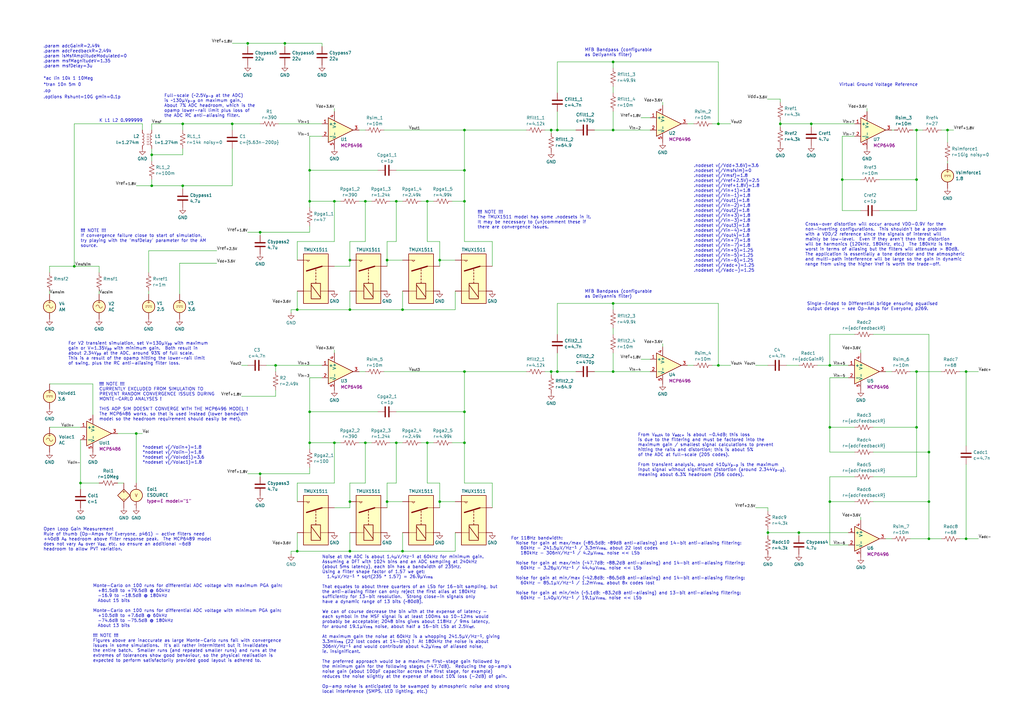
<source format=kicad_sch>
(kicad_sch (version 20230121) (generator eeschema)
  (paper "A3")
  (junction (at 226.06 152.4))
  (junction (at 375.92 73.66))
  (junction (at 340.36 149.86))
  (junction (at 388.62 53.34))
  (junction (at 116.84 17.78))
  (junction (at 127 168.91))
  (junction (at 396.24 152.4))
  (junction (at 190.5 82.55))
  (junction (at 74.93 76.2))
  (junction (at 228.6 53.34))
  (junction (at 165.1 226.06))
  (junction (at 95.25 50.8))
  (junction (at 375.92 152.4))
  (junction (at 149.86 82.55))
  (junction (at 251.46 152.4))
  (junction (at 149.86 181.61))
  (junction (at 165.1 127))
  (junction (at 175.26 82.55))
  (junction (at 55.88 177.8))
  (junction (at 127 82.55))
  (junction (at 162.56 82.55))
  (junction (at 106.68 95.25))
  (junction (at 190.5 53.34))
  (junction (at 137.16 82.55))
  (junction (at 33.02 198.12))
  (junction (at 226.06 53.34))
  (junction (at 143.51 127))
  (junction (at 30.48 109.22))
  (junction (at 190.5 168.91))
  (junction (at 381 220.98))
  (junction (at 190.5 181.61))
  (junction (at 381 185.42))
  (junction (at 127 181.61))
  (junction (at 143.51 226.06))
  (junction (at 121.92 127))
  (junction (at 320.04 50.8))
  (junction (at 375.92 53.34))
  (junction (at 396.24 220.98))
  (junction (at 251.46 53.34))
  (junction (at 251.46 124.46))
  (junction (at 327.66 218.44))
  (junction (at 113.03 149.86))
  (junction (at 294.64 50.8))
  (junction (at 162.56 181.61))
  (junction (at 74.93 50.8))
  (junction (at 62.23 63.5))
  (junction (at 190.5 152.4))
  (junction (at 190.5 69.85))
  (junction (at 143.51 205.74))
  (junction (at 127 69.85))
  (junction (at 180.34 205.74))
  (junction (at 62.23 76.2))
  (junction (at 332.74 50.8))
  (junction (at 101.6 17.78))
  (junction (at 175.26 181.61))
  (junction (at 340.36 175.26))
  (junction (at 137.16 181.61))
  (junction (at 294.64 149.86))
  (junction (at 345.44 73.66))
  (junction (at 158.75 205.74))
  (junction (at 106.68 194.31))
  (junction (at 143.51 106.68))
  (junction (at 158.75 106.68))
  (junction (at 375.92 175.26))
  (junction (at 340.36 205.74))
  (junction (at 121.92 226.06))
  (junction (at 228.6 152.4))
  (junction (at 314.96 218.44))
  (junction (at 251.46 25.4))
  (junction (at 381 205.74))
  (junction (at 180.34 106.68))
  (wire (pts (xy 149.86 82.55) (xy 149.86 99.06)))
  (wire (pts (xy 106.68 194.31) (xy 106.68 195.58)))
  (wire (pts (xy 309.88 149.86) (xy 314.96 149.86)))
  (wire (pts (xy 162.56 168.91) (xy 190.5 168.91)))
  (wire (pts (xy 158.75 198.12) (xy 158.75 205.74)))
  (wire (pts (xy 62.23 73.66) (xy 62.23 76.2)))
  (wire (pts (xy 116.84 17.78) (xy 132.08 17.78)))
  (wire (pts (xy 73.66 107.95) (xy 73.66 120.65)))
  (wire (pts (xy 360.68 86.36) (xy 375.92 86.36)))
  (wire (pts (xy 147.32 82.55) (xy 149.86 82.55)))
  (wire (pts (xy 158.75 106.68) (xy 158.75 109.22)))
  (wire (pts (xy 396.24 220.98) (xy 401.32 220.98)))
  (wire (pts (xy 314.96 217.17) (xy 314.96 218.44)))
  (wire (pts (xy 162.56 198.12) (xy 158.75 198.12)))
  (wire (pts (xy 127 82.55) (xy 137.16 82.55)))
  (wire (pts (xy 132.08 17.78) (xy 132.08 19.05)))
  (wire (pts (xy 340.36 185.42) (xy 350.52 185.42)))
  (wire (pts (xy 101.6 194.31) (xy 106.68 194.31)))
  (wire (pts (xy 190.5 152.4) (xy 215.9 152.4)))
  (wire (pts (xy 332.74 50.8) (xy 350.52 50.8)))
  (wire (pts (xy 101.6 17.78) (xy 116.84 17.78)))
  (wire (pts (xy 340.36 205.74) (xy 340.36 223.52)))
  (wire (pts (xy 62.23 50.8) (xy 62.23 53.34)))
  (wire (pts (xy 175.26 82.55) (xy 177.8 82.55)))
  (wire (pts (xy 358.14 185.42) (xy 381 185.42)))
  (wire (pts (xy 165.1 119.38) (xy 165.1 127)))
  (wire (pts (xy 143.51 127) (xy 165.1 127)))
  (wire (pts (xy 251.46 35.56) (xy 251.46 38.1)))
  (wire (pts (xy 116.84 17.78) (xy 116.84 19.05)))
  (wire (pts (xy 175.26 99.06) (xy 175.26 82.55)))
  (wire (pts (xy 294.64 25.4) (xy 294.64 50.8)))
  (wire (pts (xy 101.6 95.25) (xy 106.68 95.25)))
  (wire (pts (xy 375.92 53.34) (xy 375.92 73.66)))
  (wire (pts (xy 121.92 198.12) (xy 137.16 198.12)))
  (wire (pts (xy 180.34 205.74) (xy 180.34 208.28)))
  (wire (pts (xy 55.88 177.8) (xy 48.26 177.8)))
  (wire (pts (xy 114.3 50.8) (xy 132.08 50.8)))
  (wire (pts (xy 350.52 55.88) (xy 345.44 55.88)))
  (wire (pts (xy 320.04 49.53) (xy 320.04 50.8)))
  (wire (pts (xy 95.25 60.96) (xy 95.25 76.2)))
  (wire (pts (xy 185.42 181.61) (xy 190.5 181.61)))
  (wire (pts (xy 294.64 50.8) (xy 299.72 50.8)))
  (wire (pts (xy 375.92 195.58) (xy 375.92 175.26)))
  (wire (pts (xy 127 82.55) (xy 127 69.85)))
  (wire (pts (xy 327.66 218.44) (xy 347.98 218.44)))
  (wire (pts (xy 327.66 218.44) (xy 327.66 219.71)))
  (wire (pts (xy 149.86 198.12) (xy 143.51 198.12)))
  (wire (pts (xy 340.36 137.16) (xy 340.36 149.86)))
  (wire (pts (xy 185.42 82.55) (xy 190.5 82.55)))
  (wire (pts (xy 58.42 50.8) (xy 30.48 50.8)))
  (wire (pts (xy 340.36 175.26) (xy 340.36 185.42)))
  (wire (pts (xy 121.92 226.06) (xy 143.51 226.06)))
  (wire (pts (xy 157.48 152.4) (xy 190.5 152.4)))
  (wire (pts (xy 345.44 73.66) (xy 345.44 86.36)))
  (wire (pts (xy 281.94 50.8) (xy 284.48 50.8)))
  (wire (pts (xy 180.34 99.06) (xy 175.26 99.06)))
  (wire (pts (xy 74.93 76.2) (xy 95.25 76.2)))
  (wire (pts (xy 127 181.61) (xy 137.16 181.61)))
  (wire (pts (xy 271.78 41.91) (xy 271.78 43.18)))
  (wire (pts (xy 158.75 99.06) (xy 158.75 106.68)))
  (wire (pts (xy 228.6 53.34) (xy 236.22 53.34)))
  (wire (pts (xy 162.56 99.06) (xy 158.75 99.06)))
  (wire (pts (xy 294.64 124.46) (xy 294.64 149.86)))
  (wire (pts (xy 162.56 82.55) (xy 165.1 82.55)))
  (wire (pts (xy 360.68 73.66) (xy 375.92 73.66)))
  (wire (pts (xy 396.24 152.4) (xy 401.32 152.4)))
  (wire (pts (xy 137.16 99.06) (xy 137.16 82.55)))
  (wire (pts (xy 121.92 205.74) (xy 121.92 198.12)))
  (wire (pts (xy 251.46 152.4) (xy 266.7 152.4)))
  (wire (pts (xy 95.25 17.78) (xy 101.6 17.78)))
  (wire (pts (xy 127 85.09) (xy 127 82.55)))
  (wire (pts (xy 381 137.16) (xy 381 185.42)))
  (wire (pts (xy 147.32 53.34) (xy 149.86 53.34)))
  (wire (pts (xy 101.6 17.78) (xy 101.6 19.05)))
  (wire (pts (xy 314.706 40.64) (xy 320.04 40.64)))
  (wire (pts (xy 113.03 149.86) (xy 113.03 152.4)))
  (wire (pts (xy 320.04 40.64) (xy 320.04 41.91)))
  (wire (pts (xy 363.22 152.4) (xy 365.76 152.4)))
  (wire (pts (xy 396.24 152.4) (xy 393.7 152.4)))
  (wire (pts (xy 350.52 195.58) (xy 340.36 195.58)))
  (wire (pts (xy 332.74 50.8) (xy 332.74 52.07)))
  (wire (pts (xy 74.93 50.8) (xy 74.93 53.34)))
  (wire (pts (xy 147.32 181.61) (xy 149.86 181.61)))
  (wire (pts (xy 186.69 205.74) (xy 180.34 205.74)))
  (wire (pts (xy 363.22 220.98) (xy 365.76 220.98)))
  (wire (pts (xy 251.46 45.72) (xy 251.46 53.34)))
  (wire (pts (xy 345.44 55.88) (xy 345.44 73.66)))
  (wire (pts (xy 127 194.31) (xy 127 191.77)))
  (wire (pts (xy 345.44 86.36) (xy 353.06 86.36)))
  (wire (pts (xy 309.88 208.28) (xy 314.96 208.28)))
  (wire (pts (xy 74.93 50.8) (xy 95.25 50.8)))
  (wire (pts (xy 99.06 162.56) (xy 113.03 162.56)))
  (wire (pts (xy 99.06 149.86) (xy 101.6 149.86)))
  (wire (pts (xy 366.776 53.34) (xy 365.76 53.34)))
  (wire (pts (xy 109.22 149.86) (xy 113.03 149.86)))
  (wire (pts (xy 228.6 137.16) (xy 228.6 124.46)))
  (wire (pts (xy 143.51 109.22) (xy 143.51 106.68)))
  (wire (pts (xy 33.02 180.34) (xy 33.02 198.12)))
  (wire (pts (xy 58.42 177.8) (xy 55.88 177.8)))
  (wire (pts (xy 228.6 45.72) (xy 228.6 53.34)))
  (wire (pts (xy 160.02 82.55) (xy 162.56 82.55)))
  (wire (pts (xy 243.84 53.34) (xy 251.46 53.34)))
  (wire (pts (xy 137.16 109.22) (xy 143.51 109.22)))
  (wire (pts (xy 251.46 144.78) (xy 251.46 152.4)))
  (wire (pts (xy 137.16 198.12) (xy 137.16 181.61)))
  (wire (pts (xy 358.14 137.16) (xy 381 137.16)))
  (wire (pts (xy 149.86 82.55) (xy 152.4 82.55)))
  (wire (pts (xy 228.6 124.46) (xy 251.46 124.46)))
  (wire (pts (xy 158.75 205.74) (xy 158.75 208.28)))
  (wire (pts (xy 251.46 53.34) (xy 266.7 53.34)))
  (wire (pts (xy 175.26 181.61) (xy 177.8 181.61)))
  (wire (pts (xy 33.02 200.66) (xy 33.02 198.12)))
  (wire (pts (xy 127 69.85) (xy 154.94 69.85)))
  (wire (pts (xy 292.1 50.8) (xy 294.64 50.8)))
  (wire (pts (xy 127 55.88) (xy 132.08 55.88)))
  (wire (pts (xy 137.16 44.45) (xy 137.16 45.72)))
  (wire (pts (xy 340.36 223.52) (xy 347.98 223.52)))
  (wire (pts (xy 251.46 124.46) (xy 251.46 127)))
  (wire (pts (xy 20.32 109.22) (xy 30.48 109.22)))
  (wire (pts (xy 251.46 124.46) (xy 294.64 124.46)))
  (wire (pts (xy 396.24 182.88) (xy 396.24 152.4)))
  (wire (pts (xy 314.96 218.44) (xy 327.66 218.44)))
  (wire (pts (xy 30.48 109.22) (xy 40.64 109.22)))
  (wire (pts (xy 201.93 208.28) (xy 201.93 198.12)))
  (wire (pts (xy 190.5 181.61) (xy 190.5 168.91)))
  (wire (pts (xy 335.28 149.86) (xy 340.36 149.86)))
  (wire (pts (xy 149.86 181.61) (xy 149.86 198.12)))
  (wire (pts (xy 121.92 218.44) (xy 121.92 226.06)))
  (wire (pts (xy 375.92 152.4) (xy 386.08 152.4)))
  (wire (pts (xy 223.52 53.34) (xy 226.06 53.34)))
  (wire (pts (xy 320.04 52.07) (xy 320.04 50.8)))
  (wire (pts (xy 201.93 109.22) (xy 201.93 99.06)))
  (wire (pts (xy 340.36 149.86) (xy 347.98 149.86)))
  (wire (pts (xy 106.68 194.31) (xy 127 194.31)))
  (wire (pts (xy 396.24 220.98) (xy 396.24 190.5)))
  (wire (pts (xy 55.88 76.2) (xy 62.23 76.2)))
  (wire (pts (xy 314.96 218.44) (xy 314.96 219.71)))
  (wire (pts (xy 350.52 137.16) (xy 340.36 137.16)))
  (wire (pts (xy 160.02 181.61) (xy 162.56 181.61)))
  (wire (pts (xy 165.1 205.74) (xy 158.75 205.74)))
  (wire (pts (xy 60.96 102.87) (xy 88.9 102.87)))
  (wire (pts (xy 165.1 218.44) (xy 165.1 226.06)))
  (wire (pts (xy 40.64 109.22) (xy 40.64 111.76)))
  (wire (pts (xy 113.03 162.56) (xy 113.03 160.02)))
  (wire (pts (xy 353.06 143.51) (xy 353.06 144.78)))
  (wire (pts (xy 262.89 48.26) (xy 266.7 48.26)))
  (wire (pts (xy 340.36 175.26) (xy 350.52 175.26)))
  (wire (pts (xy 137.16 181.61) (xy 139.7 181.61)))
  (wire (pts (xy 48.26 198.12) (xy 50.8 198.12)))
  (wire (pts (xy 127 154.94) (xy 132.08 154.94)))
  (wire (pts (xy 190.5 152.4) (xy 190.5 168.91)))
  (wire (pts (xy 388.62 67.056) (xy 388.62 66.04)))
  (wire (pts (xy 74.93 60.96) (xy 74.93 63.5)))
  (wire (pts (xy 20.32 111.76) (xy 20.32 109.22)))
  (wire (pts (xy 137.16 82.55) (xy 139.7 82.55)))
  (wire (pts (xy 127 168.91) (xy 154.94 168.91)))
  (wire (pts (xy 121.92 106.68) (xy 121.92 99.06)))
  (wire (pts (xy 358.14 195.58) (xy 375.92 195.58)))
  (wire (pts (xy 180.34 106.68) (xy 180.34 99.06)))
  (wire (pts (xy 373.38 152.4) (xy 375.92 152.4)))
  (wire (pts (xy 271.78 140.97) (xy 271.78 142.24)))
  (wire (pts (xy 119.38 127) (xy 121.92 127)))
  (wire (pts (xy 162.56 198.12) (xy 162.56 181.61)))
  (wire (pts (xy 38.1 157.48) (xy 38.1 170.18)))
  (wire (pts (xy 175.26 198.12) (xy 175.26 181.61)))
  (wire (pts (xy 74.93 76.2) (xy 74.93 77.47)))
  (wire (pts (xy 190.5 99.06) (xy 190.5 82.55)))
  (wire (pts (xy 201.93 99.06) (xy 190.5 99.06)))
  (wire (pts (xy 294.64 149.86) (xy 299.72 149.86)))
  (wire (pts (xy 147.32 152.4) (xy 149.86 152.4)))
  (wire (pts (xy 396.24 220.98) (xy 393.7 220.98)))
  (wire (pts (xy 322.58 149.86) (xy 327.66 149.86)))
  (wire (pts (xy 226.06 53.34) (xy 228.6 53.34)))
  (wire (pts (xy 381 220.98) (xy 386.08 220.98)))
  (wire (pts (xy 40.64 119.38) (xy 40.64 120.65)))
  (wire (pts (xy 375.92 152.4) (xy 375.92 175.26)))
  (wire (pts (xy 143.51 226.06) (xy 165.1 226.06)))
  (wire (pts (xy 58.42 50.8) (xy 58.42 53.34)))
  (wire (pts (xy 172.72 82.55) (xy 175.26 82.55)))
  (wire (pts (xy 190.5 198.12) (xy 190.5 181.61)))
  (wire (pts (xy 95.25 50.8) (xy 95.25 53.34)))
  (wire (pts (xy 186.69 226.06) (xy 186.69 218.44)))
  (wire (pts (xy 106.68 95.25) (xy 106.68 96.52)))
  (wire (pts (xy 62.23 60.96) (xy 62.23 63.5)))
  (wire (pts (xy 162.56 69.85) (xy 190.5 69.85)))
  (wire (pts (xy 180.34 106.68) (xy 180.34 109.22)))
  (wire (pts (xy 162.56 99.06) (xy 162.56 82.55)))
  (wire (pts (xy 190.5 82.55) (xy 190.5 69.85)))
  (wire (pts (xy 243.84 152.4) (xy 251.46 152.4)))
  (wire (pts (xy 186.69 127) (xy 186.69 119.38)))
  (wire (pts (xy 381 205.74) (xy 381 220.98)))
  (wire (pts (xy 172.72 181.61) (xy 175.26 181.61)))
  (wire (pts (xy 60.96 119.38) (xy 60.96 120.65)))
  (wire (pts (xy 20.32 119.38) (xy 20.32 120.65)))
  (wire (pts (xy 345.44 73.66) (xy 353.06 73.66)))
  (wire (pts (xy 223.52 152.4) (xy 226.06 152.4)))
  (wire (pts (xy 62.23 63.5) (xy 74.93 63.5)))
  (wire (pts (xy 190.5 198.12) (xy 201.93 198.12)))
  (wire (pts (xy 127 95.25) (xy 127 92.71)))
  (wire (pts (xy 388.62 53.34) (xy 391.16 53.34)))
  (wire (pts (xy 165.1 127) (xy 186.69 127)))
  (wire (pts (xy 190.5 53.34) (xy 215.9 53.34)))
  (wire (pts (xy 355.6 44.45) (xy 355.6 45.72)))
  (wire (pts (xy 180.34 205.74) (xy 180.34 198.12)))
  (wire (pts (xy 226.06 153.67) (xy 226.06 152.4)))
  (wire (pts (xy 320.04 50.8) (xy 332.74 50.8)))
  (wire (pts (xy 165.1 106.68) (xy 158.75 106.68)))
  (wire (pts (xy 119.38 127) (xy 119.38 128.27)))
  (wire (pts (xy 60.96 111.76) (xy 60.96 102.87)))
  (wire (pts (xy 251.46 25.4) (xy 294.64 25.4)))
  (wire (pts (xy 137.16 208.28) (xy 143.51 208.28)))
  (wire (pts (xy 340.36 154.94) (xy 340.36 175.26)))
  (wire (pts (xy 228.6 38.1) (xy 228.6 25.4)))
  (wire (pts (xy 251.46 25.4) (xy 251.46 27.94)))
  (wire (pts (xy 121.92 119.38) (xy 121.92 127)))
  (wire (pts (xy 62.23 50.8) (xy 74.93 50.8)))
  (wire (pts (xy 106.68 95.25) (xy 127 95.25)))
  (wire (pts (xy 386.08 53.34) (xy 388.62 53.34)))
  (wire (pts (xy 143.51 218.44) (xy 143.51 226.06)))
  (wire (pts (xy 251.46 134.62) (xy 251.46 137.16)))
  (wire (pts (xy 137.16 143.51) (xy 137.16 144.78)))
  (wire (pts (xy 375.92 53.34) (xy 374.396 53.34)))
  (wire (pts (xy 228.6 152.4) (xy 236.22 152.4)))
  (wire (pts (xy 180.34 198.12) (xy 175.26 198.12)))
  (wire (pts (xy 292.1 149.86) (xy 294.64 149.86)))
  (wire (pts (xy 381 185.42) (xy 381 205.74)))
  (wire (pts (xy 226.06 152.4) (xy 228.6 152.4)))
  (wire (pts (xy 340.36 195.58) (xy 340.36 205.74)))
  (wire (pts (xy 127 168.91) (xy 127 154.94)))
  (wire (pts (xy 127 69.85) (xy 127 55.88)))
  (wire (pts (xy 358.14 205.74) (xy 381 205.74)))
  (wire (pts (xy 262.89 147.32) (xy 266.7 147.32)))
  (wire (pts (xy 228.6 25.4) (xy 251.46 25.4)))
  (wire (pts (xy 119.38 226.06) (xy 119.38 227.33)))
  (wire (pts (xy 143.51 198.12) (xy 143.51 205.74)))
  (wire (pts (xy 165.1 226.06) (xy 186.69 226.06)))
  (wire (pts (xy 353.06 212.09) (xy 353.06 213.36)))
  (wire (pts (xy 373.38 220.98) (xy 381 220.98)))
  (wire (pts (xy 143.51 119.38) (xy 143.51 127)))
  (wire (pts (xy 62.23 63.5) (xy 62.23 66.04)))
  (wire (pts (xy 162.56 181.61) (xy 165.1 181.61)))
  (wire (pts (xy 127 184.15) (xy 127 181.61)))
  (wire (pts (xy 121.92 127) (xy 143.51 127)))
  (wire (pts (xy 149.86 181.61) (xy 152.4 181.61)))
  (wire (pts (xy 30.48 50.8) (xy 30.48 109.22)))
  (wire (pts (xy 143.51 208.28) (xy 143.51 205.74)))
  (wire (pts (xy 388.62 53.34) (xy 388.62 58.42)))
  (wire (pts (xy 226.06 54.61) (xy 226.06 53.34)))
  (wire (pts (xy 186.69 106.68) (xy 180.34 106.68)))
  (wire (pts (xy 375.92 73.66) (xy 375.92 86.36)))
  (wire (pts (xy 228.6 144.78) (xy 228.6 152.4)))
  (wire (pts (xy 20.32 175.26) (xy 33.02 175.26)))
  (wire (pts (xy 127 181.61) (xy 127 168.91)))
  (wire (pts (xy 157.48 53.34) (xy 190.5 53.34)))
  (wire (pts (xy 121.92 99.06) (xy 137.16 99.06)))
  (wire (pts (xy 281.94 149.86) (xy 284.48 149.86)))
  (wire (pts (xy 132.08 149.86) (xy 113.03 149.86)))
  (wire (pts (xy 55.88 177.8) (xy 55.88 198.12)))
  (wire (pts (xy 73.66 107.95) (xy 88.9 107.95)))
  (wire (pts (xy 33.02 198.12) (xy 40.64 198.12)))
  (wire (pts (xy 62.23 76.2) (xy 74.93 76.2)))
  (wire (pts (xy 358.14 175.26) (xy 375.92 175.26)))
  (wire (pts (xy 119.38 226.06) (xy 121.92 226.06)))
  (wire (pts (xy 95.25 50.8) (xy 106.68 50.8)))
  (wire (pts (xy 347.98 154.94) (xy 340.36 154.94)))
  (wire (pts (xy 149.86 99.06) (xy 143.51 99.06)))
  (wire (pts (xy 190.5 53.34) (xy 190.5 69.85)))
  (wire (pts (xy 20.32 157.48) (xy 38.1 157.48)))
  (wire (pts (xy 350.52 205.74) (xy 340.36 205.74)))
  (wire (pts (xy 143.51 99.06) (xy 143.51 106.68)))
  (wire (pts (xy 375.92 53.34) (xy 378.46 53.34)))
  (wire (pts (xy 314.96 208.28) (xy 314.96 209.55)))
  (text "Full-scale (~2.5V_{p-p} at the ADC)\nis ~130μV_{p-p} on maximum gain.\nAbout 7% ADC headroom, which is the\nopamp lower-rail limit plus loss of\nthe ADC RC anti-aliasing filter." (at 67.31 48.26 0) (effects (font (size 1.27 1.27)) (justify left bottom)))
  (text "MFB Bandpass (configurable\nas Deliyannis filter)" (at 239.776 122.428 0) (effects (font (size 1.27 1.27)) (justify left bottom)))
  (text ".param adcGainR=2.49k\n.param adcFeedbackR=2.49k\n.param isMsfAmplitudeModulated=0\n.param msfMagnitudeV=1.35\n.param msfDelay=3u" (at 17.78 27.94 0) (effects (font (size 1.27 1.27)) (justify left bottom)))
  (text "For V2 transient simulation, set V=130μV_{pp} with maximum\ngain or V=1.35V_{pp} with minimum gain.  Both result in\nabout 2.34V_{pp} at the ADC, around 93% of full scale.\nThis is a result of the opamp hitting the lower-rail limit\nof swing, plus the RC anti-aliasing filter loss." (at 27.94 149.86 0) (effects (font (size 1.27 1.27)) (justify left bottom)))
  (text "From V_{out4} to V_{adc+} is about -0.4dB; this loss\nis due to the filtering and must be factored into the\nmaximum gain / smallest signal calculations to prevent\nhitting the rails and distortion; this is about 5%\nof the ADC at full-scale (205 codes).\n\nFrom transient analysis, around 410μV_{p-p} is the maximum\ninput signal without significant distortion (around 2.344V_{p-p}),\nmeaning about 6.3% headroom (256 codes)." (at 261.62 195.58 0) (effects (font (size 1.27 1.27)) (justify left bottom)))
  (text ".op" (at 17.78 38.1 0) (effects (font (size 1.27 1.27)) (justify left bottom)))
  (text "*nodeset v(/Volin+)=1.8\n*nodeset v(/Volin-)=1.8\n*nodeset v(/Volvdd1)=3.6\n*nodeset v(/Volac1)=1.8" (at 58.42 190.5 0) (effects (font (size 1.27 1.27)) (justify left bottom)))
  (text "!!! NOTE !!!\nCURRENTLY EXCLUDED FROM SIMULATION TO\nPREVENT RANDOM CONVERGENCE ISSUES DURING\nMONTE-CARLO ANALYSES !\n\nTHIS AOP SIM DOESN'T CONVERGE WITH THE MCP6496 MODEL !\nThe MCP6486 works, so that is used instead (lower bandwidth\nmodel so the headroom requirement should easily be met)." (at 40.64 172.72 0) (effects (font (size 1.27 1.27)) (justify left bottom)))
  (text "Noise at the ADC is about 1.4μV/Hz^{-1} at 60kHz for minimum gain.\nAssuming a DFT with 1024 bins and an ADC sampling at 240kHz\n(about 5ms latency), each bin has a bandwidth of 235Hz.\nUsing a filter shape factor of 1.57 we get:\n  1.4μV/Hz^{-1} * sqrt(235 * 1.57) = 26.9μV_{rms}\n\nThat equates to about three quarters of an LSb for 16-bit sampling, but\nthe anti-aliasing filter can only reject the first alias at 180kHz\nsufficiently for 13-bit resolution.  Strong close-in signals only\nhave a dynamic range of 13 bits (~80dB).\n\nWe can of course decrease the bin with at the expense of latency -\neach symbol in the MSF signal is at least 100ms so 10-12ms would\nprobably be acceptable; 2048 bins gives about 118Hz / 9ms latency,\nfor around 19.1μV_{rms} noise, about half a 16-bit LSb at 2.5V_{ref}.\n\nAt maximum gain the noise at 60kHz is a whopping 241.5μV/Hz^{-1}, giving\n3.3mV_{rms} (22 lost codes at 14-bits) !  At 180kHz the noise is about\n306nV/Hz^{-1} and would contribute about 4.2μV_{rms} of aliased noise,\nie. insignificant.\n\nThe preferred approach would be a maximum first-stage gain followed by\nthe minimum gain for the following stages (~47.7dB).  Reducing the op-amp's\nnoise gain (about 100pF capacitor across the first stage, for example)\nreduces the noise slightly at the expense of about 10% loss (-2dB) of gain.\n\nOp-amp noise is anticipated to be swamped by atmospheric noise and strong\nlocal interference (SMPS, LED lighting, etc.)" (at 132.08 284.48 0) (effects (font (size 1.27 1.27)) (justify left bottom)))
  (text "To run a Monte-Carlo simulation, set isNoiseAnalysis=0 and numberOfMonteCarloRuns > 0.\n\nThe cWithTolerance5_0(x) function provides a uniform distribution of ±5% initial and ±1% temperature.\nThe cWithTolerance2_0(x) function provides a uniform distribution of ±2% initial and ±1% temperature.\nThe rWithTolerance1_0(x) function provides a uniform distribution of ±1% initial and ±1% temperature.\nThe rWithTolerance0_1(x) function provides a uniform distribution of ±0.1% initial and ±0.1% temperature.\n\nSet the are* / is* flags to 1 or 0 depending on what needs adjusting.\n\nEnsure the R* and C* parameters are correct (ngspice cannot read the values of the components from the schematic).\n\nTo duplicate a previous run, set the rngSeed variable to the previous run's value.\n\nThe output will be in /tmp/msf-front-end-montecarlo.txt.\n\nUse the following command to view the output (don't forget to edit and set the actual number of runs):\n  gnuplot -c msf-front-end-montecarlo.gp\n\nTo run a noise simulation, set isNoiseAnalysis=1 and numberOfMonteCarloRuns = 0.\n\nThe noise PSD will be in /tmp/msf-front-end-noise.txt, as well as the total integrated (scalar) noise printed the console.\n\nUse the following command to view the output:\n  gnuplot -c msf-front-end-noise.gp\n" (at 421.64 58.42 0) (effects (font (size 1.27 1.27)) (justify left bottom)))
  (text "!!! NOTE !!!\nIf convergence failure close to start of simulation,\ntry playing with the 'msfDelay' parameter for the AM\nsource." (at 33.02 101.6 0) (effects (font (size 1.27 1.27)) (justify left bottom)))
  (text "Monte-Carlo on 100 runs for differential ADC voltage with maximum PGA gain:\n  +81.5dB to +79.5dB @ 60kHz\n  -16.9 to -18.5dB @ 180kHz\n  About 15 bits\n\nMonte-Carlo on 100 runs for differential ADC voltage with minimum PGA gain:\n  +10.5dB to +7.6dB @ 60kHz\n  -74.6dB to -75.5dB @ 180kHz\n  About 13 bits\n\n!!! NOTE !!!\nFigures above are inaccurate as large Monte-Carlo runs fail with convergence\nissues in some simulations.  It's all rather intermittent but it invalidates\nthe entire batch.  Smaller runs (and repeated smaller runs) and runs at the\nextremes of tolerances show good behaviour, so the physical realisation is\nexpected to perform satisfactorily provided good layout is adhered to." (at 38.1 271.78 0) (effects (font (size 1.27 1.27)) (justify left bottom)))
  (text "K L1 L2 0.999999" (at 40.64 50.292 0) (effects (font (size 1.27 1.27)) (justify left bottom)))
  (text "Open Loop Gain Measurement\nRule of thumb (Op-Amps for Everyone, p461) - active filters need\n+40dB A_{o} headroom above filter response peak.  The MCP6489 model\ndoes not vary A_{o} over V_{dd}, etc. so ensure an additional -6dB\nheadroom to allow PVT variation." (at 17.78 226.06 0) (effects (font (size 1.27 1.27)) (justify left bottom)))
  (text "MFB Bandpass (configurable\nas Deliyannis filter)" (at 239.776 23.368 0) (effects (font (size 1.27 1.27)) (justify left bottom)))
  (text "!!! NOTE !!!\nThe TMUX1511 model has some .nodesets in it.\nIt may be necessary to (un)comment these if\nthere are convergence issues." (at 195.834 93.98 0) (effects (font (size 1.27 1.27)) (justify left bottom)))
  (text "Cross-over distortion will occur around VDD-0.9V for the\nnon-inverting configurations.  This shouldn't be a problem\nwith a VDD/2 reference since the signals of interest will\nmainly be low-level.  Even if they aren't then the distortion\nwill be harmonics (120kHz, 180kHz, etc.)  The 180kHz is the\nworst in terms of aliasing but the filters will attenuate > 80dB.\nThe application is essentially a tone detector and the atmospheric\nand multi-path interference will be large so the gain in dynamic\nrange from using the higher Vref is worth the trade-off." (at 330.2 109.22 0) (effects (font (size 1.27 1.27)) (justify left bottom)))
  (text "*ac lin 10k 1 10Meg" (at 17.78 33.02 0) (effects (font (size 1.27 1.27)) (justify left bottom)))
  (text ".options Rshunt=10G gmin=0.1p" (at 17.78 40.64 0) (effects (font (size 1.27 1.27)) (justify left bottom)))
  (text "Virtual Ground Voltage Reference" (at 344.17 35.56 0) (effects (font (size 1.27 1.27)) (justify left bottom)))
  (text ".nodeset v(/Vdd+3.6V)=3.6\n.nodeset v(/Vmsfsim)=0\n.nodeset v(/Vmsf)=1.8\n.nodeset v(/Vref+2.5V)=2.5\n.nodeset v(/Vref+1.8V)=1.8\n.nodeset v(/Vin+1)=1.8\n.nodeset v(/Vin-1)=1.8\n.nodeset v(/Vout1)=1.8\n.nodeset v(/Vin-2)=1.8\n.nodeset v(/Vout2)=1.8\n.nodeset v(/Vin+3)=1.8\n.nodeset v(/Vin-3)=1.8\n.nodeset v(/Vout3)=1.8\n.nodeset v(/Vin-4)=1.8\n.nodeset v(/Vout4)=1.8\n.nodeset v(/Vin+7)=1.8\n.nodeset v(/Vin-7)=1.8\n.nodeset v(/Vin+5)=1.25\n.nodeset v(/Vin-5)=1.25\n.nodeset v(/Vin-6)=1.25\n.nodeset v(/Vadc+)=1.25\n.nodeset v(/Vadc-)=1.25\n" (at 284.48 111.76 0) (effects (font (size 1.27 1.27)) (justify left bottom)))
  (text "Single-Ended to Differential bridge ensuring equalised\noutput delays - see Op-Amps for Everyone, p269." (at 330.962 127.508 0) (effects (font (size 1.27 1.27)) (justify left bottom)))
  (text ".control\nsetplot const\nlet isNoiseAnalysis = 0\nlet numberOfMonteCarloRuns = 10\nlet areFiltersAdjusted = 1\nlet arePgasAdjusted = 1\nlet isAdcBufferAdjusted = 1\nlet rngSeed = 1 + rnd(2^32-2)\n\nlet Rfilt1 = 4.12k\nlet Rfilt2 = 64.9\nlet Rfilt3 = 49.9k\nlet Rfilt4 = 10m\nlet Cfilt1 = 4.7n\nlet Cfilt2 = 470p\n\nlet Rpga1_1 = 47\nlet Rpga2_1 = 100\nlet Rpga2 = 390\nlet Rpga3 = 1.24k\nlet Rpga4 = 2.49k\nlet Rpga5 = 4.99k\nlet Cpga1 = 1p\nlet CpgaDecoupling1 = 4.7n\n\nlet CadcDecoupling1 = 4.7n\nlet Cadc1 = 4.7n\nlet Radc1 = 2.49k\nlet Radc2 = 2.49k\nlet Radc7 = 68\nlet Radc9 = 4.33k\n\nset rngSeed = {$&rngSeed}[1]\nsetseed $rngSeed\n\ndefine withTolerance(x, tol, prec) (nint((x + x * tol * sunif(0)) * prec) / prec)\ndefine cWithTolerance5_0(x) (withTolerance(x, 0.06, 1e12))\ndefine cWithTolerance2_0(x) (withTolerance(x, 0.03, 1e12))\ndefine rWithTolerance1_0(x) (withTolerance(x, 0.02, 1e3))\ndefine rWithTolerance0_1(x) (withTolerance(x, 0.002, 1e3))\n\nlet runIndex = 1\n\nif numberOfMonteCarloRuns > 0\n	set curplot = new\n	set scratch = $curplot\nend\n\nwhile runIndex <= numberOfMonteCarloRuns\n	echo -n \"*** Run #\"\n	echo $&runIndex\n	if arePgasAdjusted <> 0\n		alter C3 = cWithTolerance5_0(CpgaDecoupling1)\n\n		alter Cpga1_1 = cWithTolerance5_0(Cpga1)\n		alter Rpga1_1 = rWithTolerance1_0(Rpga1_1)\n		alter Rpga1_2 = rWithTolerance1_0(Rpga2)\n		alter Rpga1_3 = rWithTolerance1_0(Rpga3)\n		alter Rpga1_4 = rWithTolerance1_0(Rpga4)\n		alter Rpga1_5 = rWithTolerance1_0(Rpga5)\n\n		alter Cpga2_1 = cWithTolerance5_0(Cpga1)\n		alter Rpga2_1 = rWithTolerance1_0(Rpga2_1)\n		alter Rpga2_2 = rWithTolerance1_0(Rpga2)\n		alter Rpga2_3 = rWithTolerance1_0(Rpga3)\n		alter Rpga2_4 = rWithTolerance1_0(Rpga4)\n		alter Rpga2_5 = rWithTolerance1_0(Rpga5)\n	end\n\n	if areFiltersAdjusted <> 0\n		alter Cfilt1_1 = cWithTolerance2_0(Cfilt1)\n		alter Cfilt1_2 = cWithTolerance2_0(Cfilt2)\n		alter Rfilt1_1 = rWithTolerance0_1(Rfilt1)\n		alter Rfilt1_2 = rWithTolerance0_1(Rfilt2)\n		alter Rfilt1_3 = rWithTolerance0_1(Rfilt3)\n		alter Rfilt1_4 = rWithTolerance0_1(Rfilt4)\n\n		alter Cfilt2_1 = cWithTolerance2_0(Cfilt1)\n		alter Cfilt2_2 = cWithTolerance2_0(Cfilt2)\n		alter Rfilt2_1 = rWithTolerance0_1(Rfilt1)\n		alter Rfilt2_2 = rWithTolerance0_1(Rfilt2)\n		alter Rfilt2_3 = rWithTolerance0_1(Rfilt3)\n		alter Rfilt2_4 = rWithTolerance0_1(Rfilt4)\n	end\n\n	if isAdcBufferAdjusted <> 0\n		alter C4 = cWithTolerance5_0(CadcDecoupling1)\n\n		alter Radc1 = rWithTolerance0_1(Radc1)\n		alter Radc2 = rWithTolerance0_1(Radc2)\n		alter Radc3 = rWithTolerance0_1(Radc2)\n		alter Radc4 = rWithTolerance0_1(Radc2)\n		alter Radc5 = rWithTolerance0_1(Radc2)\n		alter Radc6 = rWithTolerance0_1(Radc2)\n		alter Radc7 = rWithTolerance0_1(Radc7)\n		alter Radc8 = rWithTolerance0_1(Radc7)\n		alter Radc9 = rWithTolerance0_1(Radc9)\n		alter Radc10 = rWithTolerance0_1(Radc9)\n		alter Cadc1 = cWithTolerance5_0(Cadc1)\n	end\n\n	ac lin 10k 1 10Meg\n	set runIndex = $&runIndex\n	set dt = $curplot\n	setplot $scratch\n\n	let vAdc{$runIndex} = ({$dt}.v(\"/Vadc+\") - {$dt}.v(\"/Vadc-\"))\n*	setplot $dt\n	set curplot = new\n\n	let runIndex = runIndex + 1\nend\n\nif numberOfMonteCarloRuns > 0\n	plot db({$scratch}.all)\n	wrdata /tmp/msf-front-end-montecarlo.txt db({$scratch}.all)\nend\n\nif isNoiseAnalysis <> 0\n	set enable_noisy_r\n	noise v(/Vadc+,/Vadc-) V2 lin 10k 1 10Meg\n	*noise v(/Vout1) V2 lin 10k 1 10Meg\n	*noise v(/Vol) Volac1 lin 10k 1 10Meg\n	wrdata /tmp/msf-front-end-noise.txt noise1.all\n	print noise2.all\nend\n\n.endc\n" (at 421.64 325.12 0) (effects (font (size 1.27 1.27)) (justify left bottom)))
  (text "*tran 10n 5m 0" (at 17.78 35.56 0) (effects (font (size 1.27 1.27)) (justify left bottom)))
  (text "For 118Hz bandwidth:\n  Noise for gain at max/max (~85.5dB; ~89dB anti-aliasing) and 14-bit anti-aliasing filtering:\n    60kHz - 241.5μV/Hz^{-1} / 3.3mV_{rms}, about 22 lost codes\n    180kHz - 306nV/Hz^{-1} / 4.2μV_{rms}, noise << LSb\n\n  Noise for gain at max/min (~47.7dB; ~88.2dB anti-aliasing) and 14-bit anti-aliasing filtering:\n    60kHz - 3.26μV/Hz^{-1} / 44.4μV_{rms}, noise << LSb\n\n  Noise for gain at min/max (~42.8dB; ~86.5dB anti-aliasing) and 14-bit anti-aliasing filtering:\n    60kHz - 85.1μV/Hz^{-1} / 1.2mV_{rms}, about 8x codes lost\n\n  Noise for gain at min/min (~5.1dB; ~83.2dB anti-aliasing) and 13-bit anti-aliasing filtering:\n    60kHz - 1.40μV/Hz^{-1} / 19.1μV_{rms}, noise << LSb\n" (at 209.55 246.126 0) (effects (font (size 1.27 1.27)) (justify left bottom)))
  (label "V_{dd+3.6V}" (at 119.38 124.46 180))
  (label "V_{in+5}" (at 346.71 149.86 180))
  (label "V_{in-6}" (at 346.71 223.52 180))
  (label "V_{dd+3.6V}" (at 119.38 223.52 180))
  (label "Vref_{+1.8V}" (at 101.6 194.31 180))
  (label "Vref_{+1.8V}" (at 99.06 162.56 180))
  (label "V_{out4}" (at 299.72 149.86 0))
  (label "V_{in-5}" (at 346.71 154.94 180))
  (label "Vdd_{+3.6V}" (at 314.706 40.64 180))
  (label "V_{in-4}" (at 262.89 152.4 180))
  (label "V_{msfsim}" (at 30.666 109.22 0))
  (label "V_{in-3}" (at 127 154.94 180))
  (label "V_{in+1}" (at 127 50.8 180))
  (label "Vref_{+2.5V}" (at 88.9 102.87 0))
  (label "Vref_{+1.8V}" (at 262.89 147.32 180))
  (label "V_{dd+3.6V}" (at 137.16 143.51 180))
  (label "V_{out2}" (at 99.06 149.86 180))
  (label "V_{out1}" (at 167.64 53.34 0))
  (label "V_{in-2}" (at 262.89 53.34 180))
  (label "Vref_{+1.8V}" (at 101.6 95.25 180))
  (label "V_{ol}" (at 58.42 177.8 0))
  (label "V_{dd+3.6V}" (at 271.78 140.97 180))
  (label "V_{adc+}" (at 401.32 152.4 0))
  (label "Vref_{+1.8V}" (at 55.88 76.2 180))
  (label "V_{in+7}" (at 350.52 50.8 180))
  (label "V_{in+3}" (at 127 149.86 180))
  (label "V_{dd+3.6V}" (at 137.16 44.45 180))
  (label "V_{dd+3.6V}" (at 271.78 41.91 180))
  (label "V_{dd+3.6V}" (at 353.06 143.51 180))
  (label "V_{in-1}" (at 127 55.88 180))
  (label "V_{out2}" (at 299.72 50.8 0))
  (label "V_{out4}" (at 309.88 149.86 180))
  (label "V_{amsim}" (at 20.32 120.65 0))
  (label "V_{olin-}" (at 33.02 190.5 180))
  (label "V_{adc-}" (at 401.32 220.98 0))
  (label "V_{dd+3.6V}" (at 88.9 107.95 0))
  (label "V_{in-7}" (at 350.52 55.88 180))
  (label "Vref_{+1.8V}" (at 95.25 17.78 180))
  (label "V_{out3}" (at 167.64 152.4 0))
  (label "V_{dd+3.6V}" (at 355.6 44.45 180))
  (label "V_{olin+}" (at 30.48 175.26 180))
  (label "V_{dd+3.6V}" (at 353.06 212.09 180))
  (label "V_{msf}" (at 62.23 50.8 0))
  (label "V_{acsim}" (at 40.64 120.65 0))
  (label "Vref_{+2.5V}" (at 309.88 208.28 180))
  (label "Vref_{+1.8V}" (at 391.16 53.34 0))
  (label "Vref_{+1.8V}" (at 262.89 48.26 180))
  (symbol (lib_id "restall-generic-power:GND") (at 314.96 227.33 0) (unit 1)
    (property "Reference" "#PWR039" (effects hide))
    (property "Value" "GND" (at 314.96 231.4631 0))
  )
  (symbol (lib_id "Simulation_SPICE:VSIN") (at 20.32 180.34 0) (unit 1)
    (property "Reference" "Volac1" (at 24.13 179.1858 0) (effects (justify left)))
    (property "Value" "AC" (at 24.13 181.61 0) (effects (justify left)))
    (property "Sim.Pins" "1=+ 2=-" (effects hide))
    (property "Sim.Params" "dc=1.8 ac=1" (effects hide))
    (property "Sim.Type" "DC" (effects hide))
    (property "Sim.Device" "V" (effects hide))
    (property "Sim.Enable" "0" (effects hide))
  )
  (symbol (lib_id "restall-generic-capacitors:capacitor-unpolarised") (at 106.68 199.39 0) (unit 1)
    (property "Reference" "Cbypass3" (at 109.601 198.1779 0) (effects (justify left)))
    (property "Value" "4.7u" (at 109.601 200.6021 0) (effects (justify left)))
    (property "Footprint" "restall-generic-capacitors:unpolarised-nominal-0402-1005" (effects hide))
    (property "Label" "??μF±10% 10V X7R" (effects hide))
    (property "Tolerance" "±10%" (effects hide))
    (property "VoltageRating" "10V" (effects hide))
    (property "TemperatureCoefficient" "X7R" (effects hide))
    (property "Dielectric" "MLCC" (effects hide))
    (property "Package" "0402" (effects hide))
    (property "Sim.Device" "SUBCKT" (effects hide))
    (property "Sim.Pins" "1=1 2=2" (effects hide))
    (property "Sim.Library" "CL05A475MP5NRN_Precise_DC1.8V_25degC_P.lib" (effects hide))
    (property "Sim.Name" "CL05A475MP5NRN_Precise_DC1.8V_25degC" (effects hide))
  )
  (symbol (lib_id "restall-generic-resistors:resistor") (at 181.61 181.61 90) (unit 1)
    (property "Reference" "Rpga2_5" (at 181.61 176.5767 90))
    (property "Value" "${SIM.PARAMS}" (at 181.61 179.0009 90))
    (property "Footprint" "restall-generic-resistors:nominal-0402-1005" (effects hide))
    (property "Label" "???kΩ±1% ???W" (effects hide))
    (property "Tolerance" "±1%" (effects hide))
    (property "PowerRating" "0.0625W" (effects hide))
    (property "TemperatureCoefficient" "±100ppm" (effects hide))
    (property "Construction" "Thick Film" (effects hide))
    (property "Package" "0402" (effects hide))
    (property "Sim.Device" "R" (effects hide))
    (property "Sim.Type" "=" (effects hide))
    (property "Sim.Params" "r=4.99k" (effects hide))
    (property "Sim.Pins" "1=+ 2=-" (effects hide))
  )
  (symbol (lib_id "restall-generic-power:GND") (at 137.16 160.02 0) (unit 1)
    (property "Reference" "#PWR09" (effects hide))
    (property "Value" "GND" (at 137.16 164.1531 0))
  )
  (symbol (lib_id "restall-generic-resistors:resistor") (at 354.33 137.16 90) (unit 1)
    (property "Reference" "Radc2" (at 354.33 132.1267 90))
    (property "Value" "${SIM.PARAMS}" (at 354.33 134.5509 90))
    (property "Footprint" "restall-generic-resistors:nominal-0402-1005" (effects hide))
    (property "Label" "???kΩ±1% ???W" (effects hide))
    (property "Tolerance" "±1%" (effects hide))
    (property "PowerRating" "0.0625W" (effects hide))
    (property "TemperatureCoefficient" "±100ppm" (effects hide))
    (property "Construction" "Thick Film" (effects hide))
    (property "Package" "0402" (effects hide))
    (property "Sim.Device" "R" (effects hide))
    (property "Sim.Type" "=" (effects hide))
    (property "Sim.Params" "r={adcFeedbackR}" (effects hide))
    (property "Sim.Pins" "1=+ 2=-" (effects hide))
  )
  (symbol (lib_id "restall-generic-resistors:resistor") (at 288.29 50.8 90) (unit 1)
    (property "Reference" "Rsim_2" (at 288.29 45.7667 90))
    (property "Value" "${SIM.PARAMS}" (at 288.29 48.1909 90))
    (property "Footprint" "restall-generic-resistors:nominal-0402-1005" (effects hide))
    (property "Label" "???kΩ±1% ???W" (effects hide))
    (property "Tolerance" "±1%" (effects hide))
    (property "PowerRating" "0.0625W" (effects hide))
    (property "TemperatureCoefficient" "±100ppm" (effects hide))
    (property "Construction" "Thick Film" (effects hide))
    (property "Package" "0402" (effects hide))
    (property "Sim.Device" "R" (effects hide))
    (property "Sim.Type" "=" (effects hide))
    (property "Sim.Params" "r=10m" (effects hide))
    (property "Sim.Pins" "1=+ 2=-" (effects hide))
  )
  (symbol (lib_id "restall-generic-resistors:resistor") (at 369.57 220.98 90) (unit 1)
    (property "Reference" "Rsim_7" (at 369.57 215.9467 90))
    (property "Value" "${SIM.PARAMS}" (at 369.57 218.3709 90))
    (property "Footprint" "restall-generic-resistors:nominal-0402-1005" (effects hide))
    (property "Label" "???kΩ±1% ???W" (effects hide))
    (property "Tolerance" "±1%" (effects hide))
    (property "PowerRating" "0.0625W" (effects hide))
    (property "TemperatureCoefficient" "±100ppm" (effects hide))
    (property "Construction" "Thick Film" (effects hide))
    (property "Package" "0402" (effects hide))
    (property "Sim.Device" "R" (effects hide))
    (property "Sim.Type" "=" (effects hide))
    (property "Sim.Params" "r=10m" (effects hide))
    (property "Sim.Pins" "1=+ 2=-" (effects hide))
  )
  (symbol (lib_id "restall-generic-power:GND") (at 101.6 26.67 0) (unit 1)
    (property "Reference" "#PWR035" (effects hide))
    (property "Value" "GND" (at 101.6 30.8031 0))
  )
  (symbol (lib_id "restall-generic-capacitors:capacitor-unpolarised") (at 318.77 149.86 90) (unit 1)
    (property "Reference" "C4" (at 318.77 143.5567 90))
    (property "Value" "${SIM.PARAMS}" (at 318.77 145.9809 90))
    (property "Footprint" "restall-generic-capacitors:unpolarised-nominal-0402-1005" (effects hide))
    (property "Label" "??μF±10% 10V X7R" (effects hide))
    (property "Tolerance" "±10%" (effects hide))
    (property "VoltageRating" "10V" (effects hide))
    (property "TemperatureCoefficient" "X7R" (effects hide))
    (property "Dielectric" "MLCC" (effects hide))
    (property "Package" "0402" (effects hide))
    (property "Sim.Device" "C" (effects hide))
    (property "Sim.Type" "=" (effects hide))
    (property "Sim.Params" "c=4.7n" (effects hide))
    (property "Sim.Pins" "1=+ 2=-" (effects hide))
  )
  (symbol (lib_id "restall-generic-power:GND") (at 180.34 119.38 0) (unit 1)
    (property "Reference" "#PWR06" (effects hide))
    (property "Value" "GND" (at 180.34 123.5131 0))
  )
  (symbol (lib_id "restall-generic-resistors:resistor") (at 226.06 157.48 180) (unit 1)
    (property "Reference" "Rfilt2_2" (at 227.711 156.2679 0) (effects (justify right)))
    (property "Value" "${SIM.PARAMS}" (at 227.711 158.6921 0) (effects (justify right)))
    (property "Footprint" "restall-generic-resistors:nominal-0402-1005" (effects hide))
    (property "Label" "???kΩ±1% ???W" (effects hide))
    (property "Tolerance" "±1%" (effects hide))
    (property "PowerRating" "0.0625W" (effects hide))
    (property "TemperatureCoefficient" "±100ppm" (effects hide))
    (property "Construction" "Thick Film" (effects hide))
    (property "Package" "0402" (effects hide))
    (property "Sim.Device" "R" (effects hide))
    (property "Sim.Type" "=" (effects hide))
    (property "Sim.Params" "r=64.9" (effects hide))
    (property "Sim.Pins" "1=+ 2=-" (effects hide))
  )
  (symbol (lib_id "restall-generic-resistors:resistor") (at 389.89 152.4 90) (unit 1)
    (property "Reference" "Radc7" (at 389.89 147.3667 90))
    (property "Value" "${SIM.PARAMS}" (at 389.89 149.7909 90))
    (property "Footprint" "restall-generic-resistors:nominal-0402-1005" (effects hide))
    (property "Label" "???kΩ±1% ???W" (effects hide))
    (property "Tolerance" "±1%" (effects hide))
    (property "PowerRating" "0.0625W" (effects hide))
    (property "TemperatureCoefficient" "±100ppm" (effects hide))
    (property "Construction" "Thick Film" (effects hide))
    (property "Package" "0402" (effects hide))
    (property "Sim.Device" "R" (effects hide))
    (property "Sim.Type" "=" (effects hide))
    (property "Sim.Params" "r=68" (effects hide))
    (property "Sim.Pins" "1=+ 2=-" (effects hide))
  )
  (symbol (lib_id "Simulation_SPICE:OPAMP") (at 358.14 53.34 0) (unit 1)
    (property "Reference" "U7" (at 358.14 57.15 0) (effects (justify left)))
    (property "Value" "MCP6496" (effects hide))
    (property "Sim.Pins" "1=1 2=2 3=5 4=3 5=4" (effects hide))
    (property "Sim.Device" "SUBCKT" (effects hide))
    (property "Sim.Library" "MCP6496_A.lib" (effects hide))
    (property "Sim.Name" "MCP6496" (at 358.14 59.69 0) (effects (justify left)))
  )
  (symbol (lib_name "Relay_SPST-NO_1") (lib_id "Relay:Relay_SPST-NO") (at 129.54 114.3 90) (unit 1)
    (property "Reference" "K1" (effects hide))
    (property "Value" "TMUX1511" (at 129.54 102.4199 90))
    (property "Sim.Library" "TMUX1511-SW.lib" (effects hide))
    (property "Sim.Name" "TMUX1511-SW" (effects hide))
    (property "Sim.Device" "SUBCKT" (effects hide))
    (property "Sim.Pins" "13=1 14=2 A1=3 A2=4" (effects hide))
  )
  (symbol (lib_id "restall-generic-resistors:resistor") (at 356.87 73.66 90) (unit 1)
    (property "Reference" "Rref3" (at 356.87 68.6267 90))
    (property "Value" "${SIM.PARAMS}" (at 356.87 71.0509 90))
    (property "Footprint" "restall-generic-resistors:nominal-0402-1005" (effects hide))
    (property "Label" "???kΩ±1% ???W" (effects hide))
    (property "Tolerance" "±1%" (effects hide))
    (property "PowerRating" "0.0625W" (effects hide))
    (property "TemperatureCoefficient" "±100ppm" (effects hide))
    (property "Construction" "Thick Film" (effects hide))
    (property "Package" "0402" (effects hide))
    (property "Sim.Device" "R" (effects hide))
    (property "Sim.Type" "=" (effects hide))
    (property "Sim.Params" "r=10m" (effects hide))
    (property "Sim.Pins" "1=+ 2=-" (effects hide))
  )
  (symbol (lib_id "restall-generic-resistors:resistor") (at 288.29 149.86 90) (unit 1)
    (property "Reference" "Rsim_4" (at 288.29 144.8267 90))
    (property "Value" "${SIM.PARAMS}" (at 288.29 147.2509 90))
    (property "Footprint" "restall-generic-resistors:nominal-0402-1005" (effects hide))
    (property "Label" "???kΩ±1% ???W" (effects hide))
    (property "Tolerance" "±1%" (effects hide))
    (property "PowerRating" "0.0625W" (effects hide))
    (property "TemperatureCoefficient" "±100ppm" (effects hide))
    (property "Construction" "Thick Film" (effects hide))
    (property "Package" "0402" (effects hide))
    (property "Sim.Device" "R" (effects hide))
    (property "Sim.Type" "=" (effects hide))
    (property "Sim.Params" "r=10m" (effects hide))
    (property "Sim.Pins" "1=+ 2=-" (effects hide))
  )
  (symbol (lib_id "restall-generic-power:GND") (at 50.8 208.28 0) (unit 1)
    (property "Reference" "#PWR024" (effects hide))
    (property "Value" "GND" (at 50.8 212.4131 0))
  )
  (symbol (lib_id "restall-generic-capacitors:capacitor-unpolarised") (at 105.41 149.86 90) (unit 1)
    (property "Reference" "C3" (at 105.41 143.5567 90))
    (property "Value" "${SIM.PARAMS}" (at 105.41 145.9809 90))
    (property "Footprint" "restall-generic-capacitors:unpolarised-nominal-0402-1005" (effects hide))
    (property "Label" "??μF±10% 10V X7R" (effects hide))
    (property "Tolerance" "±10%" (effects hide))
    (property "VoltageRating" "10V" (effects hide))
    (property "TemperatureCoefficient" "X7R" (effects hide))
    (property "Dielectric" "MLCC" (effects hide))
    (property "Package" "0402" (effects hide))
    (property "Sim.Device" "C" (effects hide))
    (property "Sim.Type" "=" (effects hide))
    (property "Sim.Params" "c=4.7n" (effects hide))
    (property "Sim.Pins" "1=+ 2=-" (effects hide))
  )
  (symbol (lib_id "restall-generic-power:GND") (at 332.74 59.69 0) (unit 1)
    (property "Reference" "#PWR030" (effects hide))
    (property "Value" "GND" (at 332.74 63.8231 0))
  )
  (symbol (lib_id "restall-generic-resistors:resistor") (at 382.27 53.34 90) (unit 1)
    (property "Reference" "Rref4" (at 382.27 48.3067 90))
    (property "Value" "${SIM.PARAMS}" (at 382.27 50.7309 90))
    (property "Footprint" "restall-generic-resistors:nominal-0402-1005" (effects hide))
    (property "Label" "???kΩ±1% ???W" (effects hide))
    (property "Tolerance" "±1%" (effects hide))
    (property "PowerRating" "0.0625W" (effects hide))
    (property "TemperatureCoefficient" "±100ppm" (effects hide))
    (property "Construction" "Thick Film" (effects hide))
    (property "Package" "0402" (effects hide))
    (property "Sim.Device" "R" (effects hide))
    (property "Sim.Type" "=" (effects hide))
    (property "Sim.Params" "r=27" (effects hide))
    (property "Sim.Pins" "1=+ 2=-" (effects hide))
  )
  (symbol (lib_id "restall-generic-resistors:resistor") (at 354.33 195.58 90) (unit 1)
    (property "Reference" "Radc5" (at 354.33 190.5467 90))
    (property "Value" "${SIM.PARAMS}" (at 354.33 192.9709 90))
    (property "Footprint" "restall-generic-resistors:nominal-0402-1005" (effects hide))
    (property "Label" "???kΩ±1% ???W" (effects hide))
    (property "Tolerance" "±1%" (effects hide))
    (property "PowerRating" "0.0625W" (effects hide))
    (property "TemperatureCoefficient" "±100ppm" (effects hide))
    (property "Construction" "Thick Film" (effects hide))
    (property "Package" "0402" (effects hide))
    (property "Sim.Device" "R" (effects hide))
    (property "Sim.Type" "=" (effects hide))
    (property "Sim.Params" "r={adcFeedbackR}" (effects hide))
    (property "Sim.Pins" "1=+ 2=-" (effects hide))
  )
  (symbol (lib_id "restall-generic-capacitors:capacitor-unpolarised") (at 356.87 86.36 90) (unit 1)
    (property "Reference" "Cref2" (at 356.87 80.0567 90))
    (property "Value" "${SIM.PARAMS}" (at 356.87 82.4809 90))
    (property "Footprint" "restall-generic-capacitors:unpolarised-nominal-0402-1005" (effects hide))
    (property "Label" "??μF±10% 10V X7R" (effects hide))
    (property "Tolerance" "±10%" (effects hide))
    (property "VoltageRating" "10V" (effects hide))
    (property "TemperatureCoefficient" "X7R" (effects hide))
    (property "Dielectric" "MLCC" (effects hide))
    (property "Package" "0402" (effects hide))
    (property "Sim.Device" "C" (effects hide))
    (property "Sim.Type" "=" (effects hide))
    (property "Sim.Params" "c=1p" (effects hide))
    (property "Sim.Pins" "1=+ 2=-" (effects hide))
  )
  (symbol (lib_id "restall-generic-capacitors:capacitor-unpolarised") (at 132.08 22.86 0) (unit 1)
    (property "Reference" "Cbypass7" (at 135.001 21.6479 0) (effects (justify left)))
    (property "Value" "22u" (at 135.001 24.0721 0) (effects (justify left)))
    (property "Footprint" "restall-generic-capacitors:unpolarised-nominal-0805-2012" (effects hide))
    (property "Label" "??μF±10% 10V X7R" (effects hide))
    (property "Tolerance" "±10%" (effects hide))
    (property "VoltageRating" "10V" (effects hide))
    (property "TemperatureCoefficient" "X7R" (effects hide))
    (property "Dielectric" "MLCC" (effects hide))
    (property "Package" "0402" (effects hide))
    (property "Sim.Device" "SUBCKT" (effects hide))
    (property "Sim.Pins" "1=1 2=2" (effects hide))
    (property "Sim.Library" "CL21A226MPQNNN_Precise_DC1.8V_25degC_P.lib" (effects hide))
    (property "Sim.Name" "CL21A226MPQNNN_Precise_DC1.8V_25degC" (effects hide))
  )
  (symbol (lib_id "restall-generic-resistors:resistor") (at 127 187.96 0) (unit 1)
    (property "Reference" "Rpga2_1" (at 128.651 186.7479 0) (effects (justify left)))
    (property "Value" "${SIM.PARAMS}" (at 128.651 189.1721 0) (effects (justify left)))
    (property "Footprint" "restall-generic-resistors:nominal-0402-1005" (effects hide))
    (property "Label" "???kΩ±1% ???W" (effects hide))
    (property "Tolerance" "±1%" (effects hide))
    (property "PowerRating" "0.0625W" (effects hide))
    (property "TemperatureCoefficient" "±100ppm" (effects hide))
    (property "Construction" "Thick Film" (effects hide))
    (property "Package" "0402" (effects hide))
    (property "Sim.Device" "R" (effects hide))
    (property "Sim.Type" "=" (effects hide))
    (property "Sim.Params" "r=100" (effects hide))
    (property "Sim.Pins" "1=+ 2=-" (effects hide))
  )
  (symbol (lib_id "Simulation_SPICE:ESOURCE") (at 50.8 203.2 0) (mirror y) (unit 1)
    (property "Reference" "Eol1" (at 60.198 200.6376 0) (effects (justify right)))
    (property "Value" "ESOURCE" (at 60.198 203.0618 0) (effects (justify right)))
    (property "Datasheet" "https://ngspice.sourceforge.io/docs.html" (effects hide))
    (property "Sim.Device" "SPICE" (effects hide))
    (property "Sim.Params" "type=E model=\"1\"" (at 60.198 205.486 0) (effects (justify right)))
    (property "Sim.Enable" "0" (effects hide))
  )
  (symbol (lib_id "restall-generic-power:GND") (at 353.06 228.6 0) (unit 1)
    (property "Reference" "#PWR016" (effects hide))
    (property "Value" "GND" (at 353.06 232.7331 0))
  )
  (symbol (lib_id "Simulation_SPICE:OPAMP") (at 274.32 149.86 0) (unit 1)
    (property "Reference" "U4" (at 274.32 153.67 0) (effects (justify left)))
    (property "Value" "MCP6496" (effects hide))
    (property "Sim.Pins" "1=1 2=2 3=5 4=3 5=4" (effects hide))
    (property "Sim.Device" "SUBCKT" (effects hide))
    (property "Sim.Library" "MCP6496_A.lib" (effects hide))
    (property "Sim.Name" "MCP6496" (at 274.32 156.21 0) (effects (justify left)))
  )
  (symbol (lib_id "restall-generic-capacitors:capacitor-unpolarised") (at 106.68 100.33 0) (unit 1)
    (property "Reference" "Cbypass2" (at 109.601 99.1179 0) (effects (justify left)))
    (property "Value" "4.7u" (at 109.601 101.5421 0) (effects (justify left)))
    (property "Footprint" "restall-generic-capacitors:unpolarised-nominal-0402-1005" (effects hide))
    (property "Label" "??μF±10% 10V X7R" (effects hide))
    (property "Tolerance" "±10%" (effects hide))
    (property "VoltageRating" "10V" (effects hide))
    (property "TemperatureCoefficient" "X7R" (effects hide))
    (property "Dielectric" "MLCC" (effects hide))
    (property "Package" "0402" (effects hide))
    (property "Sim.Device" "SUBCKT" (effects hide))
    (property "Sim.Pins" "1=1 2=2" (effects hide))
    (property "Sim.Library" "CL05A475MP5NRN_Precise_DC1.8V_25degC_P.lib" (effects hide))
    (property "Sim.Name" "CL05A475MP5NRN_Precise_DC1.8V_25degC" (effects hide))
  )
  (symbol (lib_id "restall-generic-resistors:resistor") (at 389.89 220.98 90) (unit 1)
    (property "Reference" "Radc8" (at 389.89 215.9467 90))
    (property "Value" "${SIM.PARAMS}" (at 389.89 218.3709 90))
    (property "Footprint" "restall-generic-resistors:nominal-0402-1005" (effects hide))
    (property "Label" "???kΩ±1% ???W" (effects hide))
    (property "Tolerance" "±1%" (effects hide))
    (property "PowerRating" "0.0625W" (effects hide))
    (property "TemperatureCoefficient" "±100ppm" (effects hide))
    (property "Construction" "Thick Film" (effects hide))
    (property "Package" "0402" (effects hide))
    (property "Sim.Device" "R" (effects hide))
    (property "Sim.Type" "=" (effects hide))
    (property "Sim.Params" "r=68" (effects hide))
    (property "Sim.Pins" "1=+ 2=-" (effects hide))
  )
  (symbol (lib_id "restall-generic-resistors:resistor") (at 156.21 181.61 90) (unit 1)
    (property "Reference" "Rpga2_3" (at 156.21 176.5767 90))
    (property "Value" "${SIM.PARAMS}" (at 156.21 179.0009 90))
    (property "Footprint" "restall-generic-resistors:nominal-0402-1005" (effects hide))
    (property "Label" "???kΩ±1% ???W" (effects hide))
    (property "Tolerance" "±1%" (effects hide))
    (property "PowerRating" "0.0625W" (effects hide))
    (property "TemperatureCoefficient" "±100ppm" (effects hide))
    (property "Construction" "Thick Film" (effects hide))
    (property "Package" "0402" (effects hide))
    (property "Sim.Device" "R" (effects hide))
    (property "Sim.Type" "=" (effects hide))
    (property "Sim.Params" "r=1.24k" (effects hide))
    (property "Sim.Pins" "1=+ 2=-" (effects hide))
  )
  (symbol (lib_id "restall-generic-power:GND") (at 180.34 218.44 0) (unit 1)
    (property "Reference" "#PWR012" (effects hide))
    (property "Value" "GND" (at 180.34 222.5731 0))
  )
  (symbol (lib_id "restall-generic-power:GND") (at 38.1 185.42 0) (unit 1)
    (property "Reference" "#PWR020" (effects hide))
    (property "Value" "GND" (at 38.1 189.5531 0))
  )
  (symbol (lib_id "restall-generic-power:GND") (at 20.32 130.81 0) (unit 1)
    (property "Reference" "#PWR041" (effects hide))
    (property "Value" "GND" (at 20.32 134.9431 0))
  )
  (symbol (lib_id "restall-generic-resistors:resistor") (at 320.04 55.88 180) (unit 1)
    (property "Reference" "Rref2" (at 321.691 54.6679 0) (effects (justify right)))
    (property "Value" "${SIM.PARAMS}" (at 321.691 57.0921 0) (effects (justify right)))
    (property "Footprint" "restall-generic-resistors:nominal-0402-1005" (effects hide))
    (property "Label" "???kΩ±1% ???W" (effects hide))
    (property "Tolerance" "±1%" (effects hide))
    (property "PowerRating" "0.0625W" (effects hide))
    (property "TemperatureCoefficient" "±100ppm" (effects hide))
    (property "Construction" "Thick Film" (effects hide))
    (property "Package" "0402" (effects hide))
    (property "Sim.Device" "R" (effects hide))
    (property "Sim.Type" "=" (effects hide))
    (property "Sim.Params" "r=4.3k" (effects hide))
    (property "Sim.Pins" "1=+ 2=-" (effects hide))
  )
  (symbol (lib_id "restall-generic-capacitors:capacitor-unpolarised") (at 240.03 53.34 90) (unit 1)
    (property "Reference" "Cfilt1_2" (at 240.03 47.0367 90))
    (property "Value" "${SIM.PARAMS}" (at 240.03 49.4609 90))
    (property "Footprint" "restall-generic-capacitors:unpolarised-nominal-0402-1005" (effects hide))
    (property "Label" "??μF±10% 10V X7R" (effects hide))
    (property "Tolerance" "±10%" (effects hide))
    (property "VoltageRating" "10V" (effects hide))
    (property "TemperatureCoefficient" "X7R" (effects hide))
    (property "Dielectric" "MLCC" (effects hide))
    (property "Package" "0402" (effects hide))
    (property "Sim.Device" "C" (effects hide))
    (property "Sim.Type" "=" (effects hide))
    (property "Sim.Params" "c=470p" (effects hide))
    (property "Sim.Pins" "1=+ 2=-" (effects hide))
  )
  (symbol (lib_id "Simulation_SPICE:VSIN") (at 20.32 125.73 0) (unit 1)
    (property "Reference" "V4" (at 24.13 124.5758 0) (effects (justify left)))
    (property "Value" "AM" (at 24.13 127 0) (effects (justify left)))
    (property "Sim.Params" "v={0+if(isMsfAmplitudeModulated<>0,msfMagnitudeV,0)*(sin(2*pi*500*(time-msfDelay)))*sin(2*pi*60k*(time-msfDelay))}" (effects hide))
    (property "Sim.Device" "V" (effects hide))
    (property "Sim.Type" "=" (effects hide))
    (property "Sim.Pins" "1=+ 2=-" (effects hide))
  )
  (symbol (lib_id "restall-generic-power:GND") (at 106.68 203.2 0) (unit 1)
    (property "Reference" "#PWR036" (effects hide))
    (property "Value" "GND" (at 106.68 207.3331 0))
  )
  (symbol (lib_id "restall-generic-capacitors:capacitor-unpolarised") (at 95.25 57.15 0) (unit 1)
    (property "Reference" "C1" (at 98.171 55.9379 0) (effects (justify left)))
    (property "Value" "${SIM.PARAMS}" (at 98.171 58.3621 0) (effects (justify left)))
    (property "Footprint" "restall-generic-capacitors:unpolarised-nominal-0402-1005" (effects hide))
    (property "Label" "??μF±10% 10V X7R" (effects hide))
    (property "Tolerance" "±10%" (effects hide))
    (property "VoltageRating" "10V" (effects hide))
    (property "TemperatureCoefficient" "X7R" (effects hide))
    (property "Dielectric" "MLCC" (effects hide))
    (property "Package" "0402" (effects hide))
    (property "Sim.Device" "C" (effects hide))
    (property "Sim.Type" "=" (effects hide))
    (property "Sim.Params" "c={5.63n-200p}" (effects hide))
    (property "Sim.Pins" "1=+ 2=-" (effects hide))
  )
  (symbol (lib_id "restall-generic-power:GND") (at 137.16 60.96 0) (unit 1)
    (property "Reference" "#PWR03" (effects hide))
    (property "Value" "GND" (at 137.16 65.0931 0))
  )
  (symbol (lib_id "restall-generic-capacitors:capacitor-unpolarised") (at 396.24 186.69 180) (unit 1)
    (property "Reference" "Cadc1" (at 399.161 185.4779 0) (effects (justify right)))
    (property "Value" "${SIM.PARAMS}" (at 399.161 187.9021 0) (effects (justify right)))
    (property "Footprint" "restall-generic-capacitors:unpolarised-nominal-0402-1005" (effects hide))
    (property "Label" "??μF±10% 10V X7R" (effects hide))
    (property "Tolerance" "±10%" (effects hide))
    (property "VoltageRating" "10V" (effects hide))
    (property "TemperatureCoefficient" "X7R" (effects hide))
    (property "Dielectric" "MLCC" (effects hide))
    (property "Package" "0402" (effects hide))
    (property "Sim.Device" "C" (effects hide))
    (property "Sim.Type" "=" (effects hide))
    (property "Sim.Params" "c=4.7n" (effects hide))
    (property "Sim.Pins" "1=+ 2=-" (effects hide))
  )
  (symbol (lib_id "restall-generic-power:GND") (at 40.64 130.81 0) (unit 1)
    (property "Reference" "#PWR031" (effects hide))
    (property "Value" "GND" (at 40.64 134.9431 0))
  )
  (symbol (lib_id "restall-generic-resistors:resistor") (at 331.47 149.86 90) (unit 1)
    (property "Reference" "Radc1" (at 331.47 144.8267 90))
    (property "Value" "${SIM.PARAMS}" (at 331.47 147.2509 90))
    (property "Footprint" "restall-generic-resistors:nominal-0402-1005" (effects hide))
    (property "Label" "???kΩ±1% ???W" (effects hide))
    (property "Tolerance" "±1%" (effects hide))
    (property "PowerRating" "0.0625W" (effects hide))
    (property "TemperatureCoefficient" "±100ppm" (effects hide))
    (property "Construction" "Thick Film" (effects hide))
    (property "Package" "0402" (effects hide))
    (property "Sim.Device" "R" (effects hide))
    (property "Sim.Type" "=" (effects hide))
    (property "Sim.Params" "r={adcGainR}" (effects hide))
    (property "Sim.Pins" "1=+ 2=-" (effects hide))
  )
  (symbol (lib_id "restall-generic-power:GND") (at 158.75 218.44 0) (unit 1)
    (property "Reference" "#PWR011" (effects hide))
    (property "Value" "GND" (at 158.75 222.5731 0))
  )
  (symbol (lib_id "restall-generic-power:GND") (at 158.75 119.38 0) (unit 1)
    (property "Reference" "#PWR05" (effects hide))
    (property "Value" "GND" (at 158.75 123.5131 0))
  )
  (symbol (lib_id "restall-generic-power:GND") (at 327.66 227.33 0) (unit 1)
    (property "Reference" "#PWR037" (effects hide))
    (property "Value" "GND" (at 327.66 231.4631 0))
  )
  (symbol (lib_id "restall-generic-resistors:resistor") (at 251.46 41.91 180) (unit 1)
    (property "Reference" "Rfilt1_4" (at 253.111 40.6979 0) (effects (justify right)))
    (property "Value" "${SIM.PARAMS}" (at 253.111 43.1221 0) (effects (justify right)))
    (property "Footprint" "restall-generic-resistors:nominal-0402-1005" (effects hide))
    (property "Label" "???kΩ±1% ???W" (effects hide))
    (property "Tolerance" "±1%" (effects hide))
    (property "PowerRating" "0.0625W" (effects hide))
    (property "TemperatureCoefficient" "±100ppm" (effects hide))
    (property "Construction" "Thick Film" (effects hide))
    (property "Package" "0402" (effects hide))
    (property "Sim.Device" "R" (effects hide))
    (property "Sim.Type" "=" (effects hide))
    (property "Sim.Params" "r=10m" (effects hide))
    (property "Sim.Pins" "1=+ 2=-" (effects hide))
  )
  (symbol (lib_id "restall-generic-capacitors:capacitor-unpolarised") (at 332.74 55.88 0) (unit 1)
    (property "Reference" "Cref1" (at 335.661 54.6679 0) (effects (justify left)))
    (property "Value" "4.7u" (at 335.661 57.0921 0) (effects (justify left)))
    (property "Footprint" "restall-generic-capacitors:unpolarised-nominal-0402-1005" (effects hide))
    (property "Label" "??μF±10% 10V X7R" (effects hide))
    (property "Tolerance" "±10%" (effects hide))
    (property "VoltageRating" "10V" (effects hide))
    (property "TemperatureCoefficient" "X7R" (effects hide))
    (property "Dielectric" "MLCC" (effects hide))
    (property "Package" "0402" (effects hide))
    (property "Sim.Device" "SUBCKT" (effects hide))
    (property "Sim.Pins" "1=1 2=2" (effects hide))
    (property "Sim.Library" "CL05A475MP5NRN_Precise_DC1.8V_25degC_P.lib" (effects hide))
    (property "Sim.Name" "CL05A475MP5NRN_Precise_DC1.8V_25degC" (effects hide))
  )
  (symbol (lib_id "restall-generic-resistors:resistor") (at 369.57 152.4 90) (unit 1)
    (property "Reference" "Rsim_6" (at 369.57 147.3667 90))
    (property "Value" "${SIM.PARAMS}" (at 369.57 149.7909 90))
    (property "Footprint" "restall-generic-resistors:nominal-0402-1005" (effects hide))
    (property "Label" "???kΩ±1% ???W" (effects hide))
    (property "Tolerance" "±1%" (effects hide))
    (property "PowerRating" "0.0625W" (effects hide))
    (property "TemperatureCoefficient" "±100ppm" (effects hide))
    (property "Construction" "Thick Film" (effects hide))
    (property "Package" "0402" (effects hide))
    (property "Sim.Device" "R" (effects hide))
    (property "Sim.Type" "=" (effects hide))
    (property "Sim.Params" "r=10m" (effects hide))
    (property "Sim.Pins" "1=+ 2=-" (effects hide))
  )
  (symbol (lib_id "Relay:Relay_SPST-NO") (at 194.31 114.3 90) (unit 1)
    (property "Reference" "K4" (effects hide))
    (property "Value" "TMUX1511" (at 194.31 102.4199 90))
    (property "Sim.Library" "TMUX1511-SW.lib" (effects hide))
    (property "Sim.Name" "TMUX1511-SW" (effects hide))
    (property "Sim.Device" "SUBCKT" (effects hide))
    (property "Sim.Pins" "13=1 14=2 A1=3 A2=4" (effects hide))
  )
  (symbol (lib_id "restall-generic-resistors:resistor") (at 354.33 185.42 90) (unit 1)
    (property "Reference" "Radc4" (at 354.33 180.3867 90))
    (property "Value" "${SIM.PARAMS}" (at 354.33 182.8109 90))
    (property "Footprint" "restall-generic-resistors:nominal-0402-1005" (effects hide))
    (property "Label" "???kΩ±1% ???W" (effects hide))
    (property "Tolerance" "±1%" (effects hide))
    (property "PowerRating" "0.0625W" (effects hide))
    (property "TemperatureCoefficient" "±100ppm" (effects hide))
    (property "Construction" "Thick Film" (effects hide))
    (property "Package" "0402" (effects hide))
    (property "Sim.Device" "R" (effects hide))
    (property "Sim.Type" "=" (effects hide))
    (property "Sim.Params" "r={adcFeedbackR}" (effects hide))
    (property "Sim.Pins" "1=+ 2=-" (effects hide))
  )
  (symbol (lib_id "restall-generic-power:GND") (at 320.04 59.69 0) (unit 1)
    (property "Reference" "#PWR029" (effects hide))
    (property "Value" "GND" (at 320.04 63.8231 0))
  )
  (symbol (lib_id "restall-generic-power:GND") (at 137.16 119.38 0) (unit 1)
    (property "Reference" "#PWR02" (effects hide))
    (property "Value" "GND" (at 137.16 123.5131 0))
  )
  (symbol (lib_id "restall-generic-capacitors:capacitor-unpolarised") (at 240.03 152.4 90) (unit 1)
    (property "Reference" "Cfilt2_2" (at 240.03 146.0967 90))
    (property "Value" "${SIM.PARAMS}" (at 240.03 148.5209 90))
    (property "Footprint" "restall-generic-capacitors:unpolarised-nominal-0402-1005" (effects hide))
    (property "Label" "??μF±10% 10V X7R" (effects hide))
    (property "Tolerance" "±10%" (effects hide))
    (property "VoltageRating" "10V" (effects hide))
    (property "TemperatureCoefficient" "X7R" (effects hide))
    (property "Dielectric" "MLCC" (effects hide))
    (property "Package" "0402" (effects hide))
    (property "Sim.Device" "C" (effects hide))
    (property "Sim.Type" "=" (effects hide))
    (property "Sim.Params" "c=470p" (effects hide))
    (property "Sim.Pins" "1=+ 2=-" (effects hide))
  )
  (symbol (lib_id "restall-generic-resistors:resistor") (at 251.46 31.75 180) (unit 1)
    (property "Reference" "Rfilt1_3" (at 253.111 30.5379 0) (effects (justify right)))
    (property "Value" "${SIM.PARAMS}" (at 253.111 32.9621 0) (effects (justify right)))
    (property "Footprint" "restall-generic-resistors:nominal-0402-1005" (effects hide))
    (property "Label" "???kΩ±1% ???W" (effects hide))
    (property "Tolerance" "±1%" (effects hide))
    (property "PowerRating" "0.0625W" (effects hide))
    (property "TemperatureCoefficient" "±100ppm" (effects hide))
    (property "Construction" "Thick Film" (effects hide))
    (property "Package" "0402" (effects hide))
    (property "Sim.Device" "R" (effects hide))
    (property "Sim.Type" "=" (effects hide))
    (property "Sim.Params" "r=49.9k" (effects hide))
    (property "Sim.Pins" "1=+ 2=-" (effects hide))
  )
  (symbol (lib_id "Simulation_SPICE:OPAMP") (at 355.6 220.98 0) (unit 1)
    (property "Reference" "U6" (at 355.6 224.79 0) (effects (justify left)))
    (property "Value" "MCP6496" (effects hide))
    (property "Sim.Pins" "1=1 2=2 3=5 4=3 5=4" (effects hide))
    (property "Sim.Device" "SUBCKT" (effects hide))
    (property "Sim.Library" "MCP6496_A.lib" (effects hide))
    (property "Sim.Name" "MCP6496" (at 355.6 227.33 0) (effects (justify left)))
  )
  (symbol (lib_id "Simulation_SPICE:OPAMP") (at 139.7 53.34 0) (unit 1)
    (property "Reference" "U1" (at 139.7 57.15 0) (effects (justify left)))
    (property "Value" "MCP6496" (effects hide))
    (property "Sim.Pins" "1=1 2=2 3=5 4=3 5=4" (effects hide))
    (property "Sim.Device" "SUBCKT" (effects hide))
    (property "Sim.Library" "MCP6496_A.lib" (effects hide))
    (property "Sim.Name" "MCP6496" (at 139.7 59.69 0) (effects (justify left)))
  )
  (symbol (lib_id "Simulation_SPICE:VDC") (at 73.66 125.73 0) (unit 1)
    (property "Reference" "V3" (at 76.962 124.3881 0) (effects (justify left)))
    (property "Value" "3.6" (at 76.962 126.8123 0) (effects (justify left)))
    (property "Sim.Pins" "1=+ 2=-" (effects hide))
    (property "Sim.Type" "DC" (effects hide))
    (property "Sim.Device" "V" (effects hide))
  )
  (symbol (lib_id "restall-generic-resistors:resistor") (at 110.49 50.8 90) (unit 1)
    (property "Reference" "R1" (at 110.49 45.7667 90))
    (property "Value" "${SIM.PARAMS}" (at 110.49 48.1909 90))
    (property "Footprint" "restall-generic-resistors:nominal-0402-1005" (effects hide))
    (property "Label" "???kΩ±1% ???W" (effects hide))
    (property "Tolerance" "±1%" (effects hide))
    (property "PowerRating" "0.0625W" (effects hide))
    (property "TemperatureCoefficient" "±100ppm" (effects hide))
    (property "Construction" "Thick Film" (effects hide))
    (property "Package" "0402" (effects hide))
    (property "Sim.Device" "R" (effects hide))
    (property "Sim.Type" "=" (effects hide))
    (property "Sim.Params" "r=390" (effects hide))
    (property "Sim.Pins" "1=+ 2=-" (effects hide))
  )
  (symbol (lib_id "restall-generic-capacitors:capacitor-unpolarised") (at 158.75 69.85 90) (unit 1)
    (property "Reference" "Cpga1_1" (at 158.75 63.5467 90))
    (property "Value" "${SIM.PARAMS}" (at 158.75 65.9709 90))
    (property "Footprint" "restall-generic-capacitors:unpolarised-nominal-0402-1005" (effects hide))
    (property "Label" "??μF±10% 10V X7R" (effects hide))
    (property "Tolerance" "±10%" (effects hide))
    (property "VoltageRating" "10V" (effects hide))
    (property "TemperatureCoefficient" "X7R" (effects hide))
    (property "Dielectric" "MLCC" (effects hide))
    (property "Package" "0402" (effects hide))
    (property "Sim.Device" "C" (effects hide))
    (property "Sim.Type" "=" (effects hide))
    (property "Sim.Params" "c=1p" (effects hide))
    (property "Sim.Pins" "1=+ 2=-" (effects hide))
  )
  (symbol (lib_id "restall-generic-power:GND") (at 353.06 160.02 0) (unit 1)
    (property "Reference" "#PWR018" (effects hide))
    (property "Value" "GND" (at 353.06 164.1531 0))
  )
  (symbol (lib_id "restall-generic-resistors:resistor") (at 127 88.9 0) (unit 1)
    (property "Reference" "Rpga1_1" (at 128.651 87.6879 0) (effects (justify left)))
    (property "Value" "${SIM.PARAMS}" (at 128.651 90.1121 0) (effects (justify left)))
    (property "Footprint" "restall-generic-resistors:nominal-0402-1005" (effects hide))
    (property "Label" "???kΩ±1% ???W" (effects hide))
    (property "Tolerance" "±1%" (effects hide))
    (property "PowerRating" "0.0625W" (effects hide))
    (property "TemperatureCoefficient" "±100ppm" (effects hide))
    (property "Construction" "Thick Film" (effects hide))
    (property "Package" "0402" (effects hide))
    (property "Sim.Device" "R" (effects hide))
    (property "Sim.Type" "=" (effects hide))
    (property "Sim.Params" "r=47" (effects hide))
    (property "Sim.Pins" "1=+ 2=-" (effects hide))
  )
  (symbol (lib_id "restall-generic-resistors:resistor") (at 156.21 82.55 90) (unit 1)
    (property "Reference" "Rpga1_3" (at 156.21 77.5167 90))
    (property "Value" "${SIM.PARAMS}" (at 156.21 79.9409 90))
    (property "Footprint" "restall-generic-resistors:nominal-0402-1005" (effects hide))
    (property "Label" "???kΩ±1% ???W" (effects hide))
    (property "Tolerance" "±1%" (effects hide))
    (property "PowerRating" "0.0625W" (effects hide))
    (property "TemperatureCoefficient" "±100ppm" (effects hide))
    (property "Construction" "Thick Film" (effects hide))
    (property "Package" "0402" (effects hide))
    (property "Sim.Device" "R" (effects hide))
    (property "Sim.Type" "=" (effects hide))
    (property "Sim.Params" "r=1.24k" (effects hide))
    (property "Sim.Pins" "1=+ 2=-" (effects hide))
  )
  (symbol (lib_id "restall-generic-capacitors:capacitor-unpolarised") (at 74.93 81.28 0) (unit 1)
    (property "Reference" "Cbypass1" (at 77.851 80.0679 0) (effects (justify left)))
    (property "Value" "4.7u" (at 77.851 82.4921 0) (effects (justify left)))
    (property "Footprint" "restall-generic-capacitors:unpolarised-nominal-0402-1005" (effects hide))
    (property "Label" "??μF±10% 10V X7R" (effects hide))
    (property "Tolerance" "±10%" (effects hide))
    (property "VoltageRating" "10V" (effects hide))
    (property "TemperatureCoefficient" "X7R" (effects hide))
    (property "Dielectric" "MLCC" (effects hide))
    (property "Package" "0402" (effects hide))
    (property "Sim.Device" "SUBCKT" (effects hide))
    (property "Sim.Pins" "1=1 2=2" (effects hide))
    (property "Sim.Library" "CL05A475MP5NRN_Precise_DC1.25V_25degC_P.lib" (effects hide))
    (property "Sim.Name" "CL05A475MP5NRN_Precise_DC1.25V_25degC" (effects hide))
  )
  (symbol (lib_id "restall-generic-capacitors:capacitor-unpolarised") (at 101.6 22.86 0) (unit 1)
    (property "Reference" "Cbypass5" (at 104.521 21.6479 0) (effects (justify left)))
    (property "Value" "22u" (at 104.521 24.0721 0) (effects (justify left)))
    (property "Footprint" "restall-generic-capacitors:unpolarised-nominal-0805-2012" (effects hide))
    (property "Label" "??μF±10% 10V X7R" (effects hide))
    (property "Tolerance" "±10%" (effects hide))
    (property "VoltageRating" "10V" (effects hide))
    (property "TemperatureCoefficient" "X7R" (effects hide))
    (property "Dielectric" "MLCC" (effects hide))
    (property "Package" "0402" (effects hide))
    (property "Sim.Device" "SUBCKT" (effects hide))
    (property "Sim.Pins" "1=1 2=2" (effects hide))
    (property "Sim.Library" "CL21A226MPQNNN_Precise_DC1.8V_25degC_P.lib" (effects hide))
    (property "Sim.Name" "CL21A226MPQNNN_Precise_DC1.8V_25degC" (effects hide))
  )
  (symbol (lib_id "restall-generic-power:GND") (at 201.93 218.44 0) (unit 1)
    (property "Reference" "#PWR013" (effects hide))
    (property "Value" "GND" (at 201.93 222.5731 0))
  )
  (symbol (lib_id "restall-generic-power:GND") (at 119.38 128.27 0) (unit 1)
    (property "Reference" "#PWR08" (effects hide))
    (property "Value" "GND" (at 119.38 132.4031 0))
  )
  (symbol (lib_id "restall-generic-resistors:resistor") (at 143.51 181.61 90) (unit 1)
    (property "Reference" "Rpga2_2" (at 143.51 176.5767 90))
    (property "Value" "${SIM.PARAMS}" (at 143.51 179.0009 90))
    (property "Footprint" "restall-generic-resistors:nominal-0402-1005" (effects hide))
    (property "Label" "???kΩ±1% ???W" (effects hide))
    (property "Tolerance" "±1%" (effects hide))
    (property "PowerRating" "0.0625W" (effects hide))
    (property "TemperatureCoefficient" "±100ppm" (effects hide))
    (property "Construction" "Thick Film" (effects hide))
    (property "Package" "0402" (effects hide))
    (property "Sim.Device" "R" (effects hide))
    (property "Sim.Type" "=" (effects hide))
    (property "Sim.Params" "r=390" (effects hide))
    (property "Sim.Pins" "1=+ 2=-" (effects hide))
  )
  (symbol (lib_id "restall-generic-resistors:resistor") (at 153.67 152.4 90) (unit 1)
    (property "Reference" "Rsim_5" (at 153.67 147.3667 90))
    (property "Value" "${SIM.PARAMS}" (at 153.67 149.7909 90))
    (property "Footprint" "restall-generic-resistors:nominal-0402-1005" (effects hide))
    (property "Label" "???kΩ±1% ???W" (effects hide))
    (property "Tolerance" "±1%" (effects hide))
    (property "PowerRating" "0.0625W" (effects hide))
    (property "TemperatureCoefficient" "±100ppm" (effects hide))
    (property "Construction" "Thick Film" (effects hide))
    (property "Package" "0402" (effects hide))
    (property "Sim.Device" "R" (effects hide))
    (property "Sim.Type" "=" (effects hide))
    (property "Sim.Params" "r=10m" (effects hide))
    (property "Sim.Pins" "1=+ 2=-" (effects hide))
  )
  (symbol (lib_id "restall-generic-resistors:resistor") (at 181.61 82.55 90) (unit 1)
    (property "Reference" "Rpga1_5" (at 181.61 77.5167 90))
    (property "Value" "${SIM.PARAMS}" (at 181.61 79.9409 90))
    (property "Footprint" "restall-generic-resistors:nominal-0402-1005" (effects hide))
    (property "Label" "???kΩ±1% ???W" (effects hide))
    (property "Tolerance" "±1%" (effects hide))
    (property "PowerRating" "0.0625W" (effects hide))
    (property "TemperatureCoefficient" "±100ppm" (effects hide))
    (property "Construction" "Thick Film" (effects hide))
    (property "Package" "0402" (effects hide))
    (property "Sim.Device" "R" (effects hide))
    (property "Sim.Type" "=" (effects hide))
    (property "Sim.Params" "r=4.99k" (effects hide))
    (property "Sim.Pins" "1=+ 2=-" (effects hide))
  )
  (symbol (lib_id "restall-generic-inductors:l-air") (at 58.42 57.15 0) (unit 1)
    (property "Reference" "L2" (at 57.15 55.88 0) (effects (justify right)))
    (property "Value" "${SIM.PARAMS}" (at 57.15 58.42 0) (effects (justify right)))
    (property "Label" "??A_{RMS} / ??A_{SAT}, ??mΩ±??% @ DC" (effects hide))
    (property "Tolerance" "±20%" (effects hide))
    (property "Core" "Air" (effects hide))
    (property "Package" "???" (effects hide))
    (property "DCR" "??mΩ±20%" (effects hide))
    (property "I_{RMS}" "??A" (effects hide))
    (property "I_{SAT}" "??A" (effects hide))
    (property "Sim.Device" "L" (effects hide))
    (property "Sim.Type" "=" (effects hide))
    (property "Sim.Params" "l=1.274m" (effects hide))
    (property "Sim.Pins" "1=+ 2=-" (effects hide))
  )
  (symbol (lib_id "Simulation_SPICE:OPAMP") (at 274.32 50.8 0) (unit 1)
    (property "Reference" "U2" (at 274.32 54.61 0) (effects (justify left)))
    (property "Value" "MCP6496" (effects hide))
    (property "Sim.Pins" "1=1 2=2 3=5 4=3 5=4" (effects hide))
    (property "Sim.Device" "SUBCKT" (effects hide))
    (property "Sim.Library" "MCP6496_A.lib" (effects hide))
    (property "Sim.Name" "MCP6496" (at 274.32 57.15 0) (effects (justify left)))
  )
  (symbol (lib_id "restall-generic-resistors:resistor") (at 40.64 115.57 0) (unit 1)
    (property "Reference" "Rmsf1" (at 42.291 114.3579 0) (effects (justify left)))
    (property "Value" "${SIM.PARAMS}" (effects hide))
    (property "Footprint" "restall-generic-resistors:nominal-0402-1005" (effects hide))
    (property "Label" "???kΩ±1% ???W" (effects hide))
    (property "Tolerance" "±1%" (effects hide))
    (property "PowerRating" "0.0625W" (effects hide))
    (property "TemperatureCoefficient" "±100ppm" (effects hide))
    (property "Construction" "Thick Film" (effects hide))
    (property "Package" "0402" (effects hide))
    (property "Sim.Device" "R" (effects hide))
    (property "Sim.Type" "=" (effects hide))
    (property "Sim.Params" "r={if(isMsfAmplitudeModulated<>0,1Gig,14.1k)} noisy=0" (effects hide))
    (property "Sim.Pins" "1=+ 2=-" (effects hide))
  )
  (symbol (lib_id "restall-generic-power:GND") (at 226.06 161.29 0) (unit 1)
    (property "Reference" "#PWR027" (effects hide))
    (property "Value" "GND" (at 226.06 165.4231 0))
  )
  (symbol (lib_id "restall-generic-power:GND") (at 201.93 119.38 0) (unit 1)
    (property "Reference" "#PWR07" (effects hide))
    (property "Value" "GND" (at 201.93 123.5131 0))
  )
  (symbol (lib_id "restall-generic-resistors:resistor") (at 388.62 62.23 180) (unit 1)
    (property "Reference" "Rsimforce1" (at 390.271 61.0179 0) (effects (justify right)))
    (property "Value" "${SIM.PARAMS}" (at 390.271 63.4421 0) (effects (justify right)))
    (property "Footprint" "restall-generic-resistors:nominal-0402-1005" (effects hide))
    (property "Label" "???kΩ±1% ???W" (effects hide))
    (property "Tolerance" "±1%" (effects hide))
    (property "PowerRating" "0.0625W" (effects hide))
    (property "TemperatureCoefficient" "±100ppm" (effects hide))
    (property "Construction" "Thick Film" (effects hide))
    (property "Package" "0402" (effects hide))
    (property "Sim.Device" "R" (effects hide))
    (property "Sim.Type" "=" (effects hide))
    (property "Sim.Params" "r=1Gig noisy=0" (effects hide))
    (property "Sim.Pins" "1=+ 2=-" (effects hide))
  )
  (symbol (lib_id "restall-generic-resistors:resistor") (at 320.04 45.72 180) (unit 1)
    (property "Reference" "Rref1" (at 321.691 44.5079 0) (effects (justify right)))
    (property "Value" "${SIM.PARAMS}" (at 321.691 46.9321 0) (effects (justify right)))
    (property "Footprint" "restall-generic-resistors:nominal-0402-1005" (effects hide))
    (property "Label" "???kΩ±1% ???W" (effects hide))
    (property "Tolerance" "±1%" (effects hide))
    (property "PowerRating" "0.0625W" (effects hide))
    (property "TemperatureCoefficient" "±100ppm" (effects hide))
    (property "Construction" "Thick Film" (effects hide))
    (property "Package" "0402" (effects hide))
    (property "Sim.Device" "R" (effects hide))
    (property "Sim.Type" "=" (effects hide))
    (property "Sim.Params" "r=4.3k" (effects hide))
    (property "Sim.Pins" "1=+ 2=-" (effects hide))
  )
  (symbol (lib_id "restall-generic-resistors:resistor") (at 168.91 82.55 90) (unit 1)
    (property "Reference" "Rpga1_4" (at 168.91 77.5167 90))
    (property "Value" "${SIM.PARAMS}" (at 168.91 79.9409 90))
    (property "Footprint" "restall-generic-resistors:nominal-0402-1005" (effects hide))
    (property "Label" "???kΩ±1% ???W" (effects hide))
    (property "Tolerance" "±1%" (effects hide))
    (property "PowerRating" "0.0625W" (effects hide))
    (property "TemperatureCoefficient" "±100ppm" (effects hide))
    (property "Construction" "Thick Film" (effects hide))
    (property "Package" "0402" (effects hide))
    (property "Sim.Device" "R" (effects hide))
    (property "Sim.Type" "=" (effects hide))
    (property "Sim.Params" "r=2.49k" (effects hide))
    (property "Sim.Pins" "1=+ 2=-" (effects hide))
  )
  (symbol (lib_id "restall-generic-power:GND") (at 73.66 130.81 0) (unit 1)
    (property "Reference" "#PWR04" (effects hide))
    (property "Value" "GND" (at 73.66 134.9431 0))
  )
  (symbol (lib_id "Relay:Relay_SPST-NO") (at 151.13 213.36 90) (unit 1)
    (property "Reference" "K6" (effects hide))
    (property "Value" "TMUX1511" (at 151.13 201.4799 90))
    (property "Sim.Library" "TMUX1511-SW.lib" (effects hide))
    (property "Sim.Name" "TMUX1511-SW" (effects hide))
    (property "Sim.Device" "SUBCKT" (effects hide))
    (property "Sim.Pins" "13=1 14=2 A1=3 A2=4" (effects hide))
  )
  (symbol (lib_id "restall-generic-power:GND") (at 74.93 85.09 0) (unit 1)
    (property "Reference" "#PWR015" (effects hide))
    (property "Value" "GND" (at 74.93 89.2231 0))
  )
  (symbol (lib_id "restall-generic-resistors:resistor") (at 219.71 152.4 90) (unit 1)
    (property "Reference" "Rfilt2_1" (at 219.71 147.3667 90))
    (property "Value" "${SIM.PARAMS}" (at 219.71 149.7909 90))
    (property "Footprint" "restall-generic-resistors:nominal-0402-1005" (effects hide))
    (property "Label" "???kΩ±1% ???W" (effects hide))
    (property "Tolerance" "±1%" (effects hide))
    (property "PowerRating" "0.0625W" (effects hide))
    (property "TemperatureCoefficient" "±100ppm" (effects hide))
    (property "Construction" "Thick Film" (effects hide))
    (property "Package" "0402" (effects hide))
    (property "Sim.Device" "R" (effects hide))
    (property "Sim.Type" "=" (effects hide))
    (property "Sim.Params" "r=4.12k" (effects hide))
    (property "Sim.Pins" "1=+ 2=-" (effects hide))
  )
  (symbol (lib_id "restall-generic-power:GND") (at 271.78 58.42 0) (unit 1)
    (property "Reference" "#PWR017" (effects hide))
    (property "Value" "GND" (at 271.78 62.5531 0))
  )
  (symbol (lib_id "restall-generic-resistors:resistor") (at 251.46 130.81 180) (unit 1)
    (property "Reference" "Rfilt2_3" (at 253.111 129.5979 0) (effects (justify right)))
    (property "Value" "${SIM.PARAMS}" (at 253.111 132.0221 0) (effects (justify right)))
    (property "Footprint" "restall-generic-resistors:nominal-0402-1005" (effects hide))
    (property "Label" "???kΩ±1% ???W" (effects hide))
    (property "Tolerance" "±1%" (effects hide))
    (property "PowerRating" "0.0625W" (effects hide))
    (property "TemperatureCoefficient" "±100ppm" (effects hide))
    (property "Construction" "Thick Film" (effects hide))
    (property "Package" "0402" (effects hide))
    (property "Sim.Device" "R" (effects hide))
    (property "Sim.Type" "=" (effects hide))
    (property "Sim.Params" "r=49.9k" (effects hide))
    (property "Sim.Pins" "1=+ 2=-" (effects hide))
  )
  (symbol (lib_id "Simulation_SPICE:VDC") (at 20.32 162.56 0) (unit 1)
    (property "Reference" "Volvdd1" (at 23.622 161.2181 0) (effects (justify left)))
    (property "Value" "3.6" (at 23.622 163.6423 0) (effects (justify left)))
    (property "Sim.Pins" "1=+ 2=-" (effects hide))
    (property "Sim.Type" "DC" (effects hide))
    (property "Sim.Device" "V" (effects hide))
    (property "Sim.Enable" "0" (effects hide))
  )
  (symbol (lib_id "Simulation_SPICE:VSIN") (at 40.64 125.73 0) (unit 1)
    (property "Reference" "V2" (at 44.45 124.5758 0) (effects (justify left)))
    (property "Value" "AC" (at 44.45 127 0) (effects (justify left)))
    (property "Sim.Pins" "1=+ 2=-" (effects hide))
    (property "Sim.Params" "dc=0 ampl={if(isMsfAmplitudeModulated<>0,0,msfMagnitudeV)} f=1Meg td=1m theta=0 phase=0 ac=2" (effects hide))
    (property "Sim.Type" "SIN" (effects hide))
    (property "Sim.Device" "V" (effects hide))
  )
  (symbol (lib_id "restall-generic-power:GND") (at 355.6 60.96 0) (unit 1)
    (property "Reference" "#PWR028" (effects hide))
    (property "Value" "GND" (at 355.6 65.0931 0))
  )
  (symbol (lib_id "restall-generic-power:GND") (at 271.78 157.48 0) (unit 1)
    (property "Reference" "#PWR019" (effects hide))
    (property "Value" "GND" (at 271.78 161.6131 0))
  )
  (symbol (lib_id "restall-generic-power:GND") (at 116.84 26.67 0) (unit 1)
    (property "Reference" "#PWR038" (effects hide))
    (property "Value" "GND" (at 116.84 30.8031 0))
  )
  (symbol (lib_id "restall-generic-resistors:resistor") (at 143.51 82.55 90) (unit 1)
    (property "Reference" "Rpga1_2" (at 143.51 77.5167 90))
    (property "Value" "${SIM.PARAMS}" (at 143.51 79.9409 90))
    (property "Footprint" "restall-generic-resistors:nominal-0402-1005" (effects hide))
    (property "Label" "???kΩ±1% ???W" (effects hide))
    (property "Tolerance" "±1%" (effects hide))
    (property "PowerRating" "0.0625W" (effects hide))
    (property "TemperatureCoefficient" "±100ppm" (effects hide))
    (property "Construction" "Thick Film" (effects hide))
    (property "Package" "0402" (effects hide))
    (property "Sim.Device" "R" (effects hide))
    (property "Sim.Type" "=" (effects hide))
    (property "Sim.Params" "r=390" (effects hide))
    (property "Sim.Pins" "1=+ 2=-" (effects hide))
  )
  (symbol (lib_id "restall-generic-resistors:resistor") (at 62.23 69.85 0) (unit 1)
    (property "Reference" "RL1_2" (at 63.881 68.6379 0) (effects (justify left)))
    (property "Value" "${SIM.PARAMS}" (at 63.881 71.0621 0) (effects (justify left)))
    (property "Footprint" "restall-generic-resistors:nominal-0402-1005" (effects hide))
    (property "Label" "???kΩ±1% ???W" (effects hide))
    (property "Tolerance" "±1%" (effects hide))
    (property "PowerRating" "0.0625W" (effects hide))
    (property "TemperatureCoefficient" "±100ppm" (effects hide))
    (property "Construction" "Thick Film" (effects hide))
    (property "Package" "0402" (effects hide))
    (property "Sim.Device" "R" (effects hide))
    (property "Sim.Type" "=" (effects hide))
    (property "Sim.Params" "r=100m" (effects hide))
    (property "Sim.Pins" "1=+ 2=-" (effects hide))
  )
  (symbol (lib_id "restall-generic-resistors:resistor") (at 60.96 115.57 0) (unit 1)
    (property "Reference" "Rvref1" (at 62.611 114.3579 0) (effects (justify left)))
    (property "Value" "${SIM.PARAMS}" (at 62.611 116.7821 0) (effects (justify left)))
    (property "Footprint" "restall-generic-resistors:nominal-0402-1005" (effects hide))
    (property "Label" "???kΩ±1% ???W" (effects hide))
    (property "Tolerance" "±1%" (effects hide))
    (property "PowerRating" "0.0625W" (effects hide))
    (property "TemperatureCoefficient" "±100ppm" (effects hide))
    (property "Construction" "Thick Film" (effects hide))
    (property "Package" "0402" (effects hide))
    (property "Sim.Device" "R" (effects hide))
    (property "Sim.Type" "=" (effects hide))
    (property "Sim.Params" "r=1m" (effects hide))
    (property "Sim.Pins" "1=+ 2=-" (effects hide))
  )
  (symbol (lib_id "restall-generic-power:GND") (at 20.32 185.42 0) (unit 1)
    (property "Reference" "#PWR023" (effects hide))
    (property "Value" "GND" (at 20.32 189.5531 0))
  )
  (symbol (lib_id "restall-generic-resistors:resistor") (at 168.91 181.61 90) (unit 1)
    (property "Reference" "Rpga2_4" (at 168.91 176.5767 90))
    (property "Value" "${SIM.PARAMS}" (at 168.91 179.0009 90))
    (property "Footprint" "restall-generic-resistors:nominal-0402-1005" (effects hide))
    (property "Label" "???kΩ±1% ???W" (effects hide))
    (property "Tolerance" "±1%" (effects hide))
    (property "PowerRating" "0.0625W" (effects hide))
    (property "TemperatureCoefficient" "±100ppm" (effects hide))
    (property "Construction" "Thick Film" (effects hide))
    (property "Package" "0402" (effects hide))
    (property "Sim.Device" "R" (effects hide))
    (property "Sim.Type" "=" (effects hide))
    (property "Sim.Params" "r=2.49k" (effects hide))
    (property "Sim.Pins" "1=+ 2=-" (effects hide))
  )
  (symbol (lib_id "restall-generic-resistors:resistor") (at 153.67 53.34 90) (unit 1)
    (property "Reference" "Rsim_1" (at 153.67 48.3067 90))
    (property "Value" "${SIM.PARAMS}" (at 153.67 50.7309 90))
    (property "Footprint" "restall-generic-resistors:nominal-0402-1005" (effects hide))
    (property "Label" "???kΩ±1% ???W" (effects hide))
    (property "Tolerance" "±1%" (effects hide))
    (property "PowerRating" "0.0625W" (effects hide))
    (property "TemperatureCoefficient" "±100ppm" (effects hide))
    (property "Construction" "Thick Film" (effects hide))
    (property "Package" "0402" (effects hide))
    (property "Sim.Device" "R" (effects hide))
    (property "Sim.Type" "=" (effects hide))
    (property "Sim.Params" "r=10m" (effects hide))
    (property "Sim.Pins" "1=+ 2=-" (effects hide))
  )
  (symbol (lib_id "restall-generic-power:GND") (at 60.96 130.81 0) (unit 1)
    (property "Reference" "#PWR01" (effects hide))
    (property "Value" "GND" (at 60.96 134.9431 0))
  )
  (symbol (lib_id "restall-generic-resistors:resistor") (at 370.586 53.34 90) (unit 1)
    (property "Reference" "Rsim_3" (at 370.586 48.3067 90))
    (property "Value" "${SIM.PARAMS}" (at 370.586 50.7309 90))
    (property "Footprint" "restall-generic-resistors:nominal-0402-1005" (effects hide))
    (property "Label" "???kΩ±1% ???W" (effects hide))
    (property "Tolerance" "±1%" (effects hide))
    (property "PowerRating" "0.0625W" (effects hide))
    (property "TemperatureCoefficient" "±100ppm" (effects hide))
    (property "Construction" "Thick Film" (effects hide))
    (property "Package" "0402" (effects hide))
    (property "Sim.Device" "R" (effects hide))
    (property "Sim.Type" "=" (effects hide))
    (property "Sim.Params" "r=10m" (effects hide))
    (property "Sim.Pins" "1=+ 2=-" (effects hide))
  )
  (symbol (lib_id "Simulation_SPICE:OPAMP") (at 40.64 177.8 0) (unit 1)
    (property "Reference" "Uol1" (at 40.64 181.61 0) (effects (justify left)))
    (property "Value" "MCP6486" (effects hide))
    (property "Sim.Pins" "1=1 2=2 3=5 4=3 5=4" (effects hide))
    (property "Sim.Device" "SUBCKT" (effects hide))
    (property "Sim.Library" "MCP6486_A.lib" (effects hide))
    (property "Sim.Name" "MCP6486" (at 40.64 184.15 0) (effects (justify left)))
    (property "Sim.Enable" "0" (effects hide))
  )
  (symbol (lib_id "restall-generic-capacitors:capacitor-unpolarised") (at 228.6 41.91 180) (unit 1)
    (property "Reference" "Cfilt1_1" (at 231.521 40.6979 0) (effects (justify right)))
    (property "Value" "${SIM.PARAMS}" (at 231.521 43.1221 0) (effects (justify right)))
    (property "Footprint" "restall-generic-capacitors:unpolarised-nominal-0402-1005" (effects hide))
    (property "Label" "??μF±10% 10V X7R" (effects hide))
    (property "Tolerance" "±10%" (effects hide))
    (property "VoltageRating" "10V" (effects hide))
    (property "TemperatureCoefficient" "X7R" (effects hide))
    (property "Dielectric" "MLCC" (effects hide))
    (property "Package" "0402" (effects hide))
    (property "Sim.Device" "C" (effects hide))
    (property "Sim.Type" "=" (effects hide))
    (property "Sim.Params" "c=4.7n" (effects hide))
    (property "Sim.Pins" "1=+ 2=-" (effects hide))
  )
  (symbol (lib_id "restall-generic-power:GND") (at 106.68 104.14 0) (unit 1)
    (property "Reference" "#PWR034" (effects hide))
    (property "Value" "GND" (at 106.68 108.2731 0))
  )
  (symbol (lib_id "restall-generic-power:GND") (at 226.06 62.23 0) (unit 1)
    (property "Reference" "#PWR026" (effects hide))
    (property "Value" "GND" (at 226.06 66.3631 0))
  )
  (symbol (lib_id "restall-generic-resistors:resistor") (at 74.93 57.15 0) (unit 1)
    (property "Reference" "RL1_1" (at 76.581 55.9379 0) (effects (justify left)))
    (property "Value" "${SIM.PARAMS}" (at 76.581 58.3621 0) (effects (justify left)))
    (property "Footprint" "restall-generic-resistors:nominal-0402-1005" (effects hide))
    (property "Label" "???kΩ±1% ???W" (effects hide))
    (property "Tolerance" "±1%" (effects hide))
    (property "PowerRating" "0.0625W" (effects hide))
    (property "TemperatureCoefficient" "±100ppm" (effects hide))
    (property "Construction" "Thick Film" (effects hide))
    (property "Package" "0402" (effects hide))
    (property "Sim.Device" "R" (effects hide))
    (property "Sim.Type" "=" (effects hide))
    (property "Sim.Params" "r=14k noisy=0" (effects hide))
    (property "Sim.Pins" "1=+ 2=-" (effects hide))
  )
  (symbol (lib_id "restall-generic-capacitors:capacitor-unpolarised") (at 327.66 223.52 0) (unit 1)
    (property "Reference" "Cbypass4" (at 330.581 222.3079 0) (effects (justify left)))
    (property "Value" "4.7u" (at 330.581 224.7321 0) (effects (justify left)))
    (property "Footprint" "restall-generic-capacitors:unpolarised-nominal-0402-1005" (effects hide))
    (property "Label" "??μF±10% 10V X7R" (effects hide))
    (property "Tolerance" "±10%" (effects hide))
    (property "VoltageRating" "10V" (effects hide))
    (property "TemperatureCoefficient" "X7R" (effects hide))
    (property "Dielectric" "MLCC" (effects hide))
    (property "Package" "0402" (effects hide))
    (property "Sim.Device" "SUBCKT" (effects hide))
    (property "Sim.Pins" "1=1 2=2" (effects hide))
    (property "Sim.Library" "CL05A475MP5NRN_Precise_DC1.25V_25degC_P.lib" (effects hide))
    (property "Sim.Name" "CL05A475MP5NRN_Precise_DC1.25V_25degC" (effects hide))
  )
  (symbol (lib_id "restall-generic-power:GND") (at 58.42 60.96 0) (unit 1)
    (property "Reference" "#PWR033" (effects hide))
    (property "Value" "GND" (at 58.42 65.0931 0))
  )
  (symbol (lib_id "restall-generic-capacitors:capacitor-unpolarised") (at 33.02 204.47 0) (unit 1)
    (property "Reference" "Col1" (at 35.941 203.2579 0) (effects (justify left)))
    (property "Value" "${SIM.PARAMS}" (at 35.941 205.6821 0) (effects (justify left)))
    (property "Footprint" "restall-generic-capacitors:unpolarised-nominal-0402-1005" (effects hide))
    (property "Label" "??μF±10% 10V X7R" (effects hide))
    (property "Tolerance" "±10%" (effects hide))
    (property "VoltageRating" "10V" (effects hide))
    (property "TemperatureCoefficient" "X7R" (effects hide))
    (property "Dielectric" "MLCC" (effects hide))
    (property "Package" "0402" (effects hide))
    (property "Sim.Device" "C" (effects hide))
    (property "Sim.Type" "=" (effects hide))
    (property "Sim.Params" "c=1" (effects hide))
    (property "Sim.Pins" "1=+ 2=-" (effects hide))
    (property "Sim.Enable" "0" (effects hide))
  )
  (symbol (lib_id "restall-generic-inductors:l-ferrite") (at 62.23 57.15 0) (mirror y) (unit 1)
    (property "Reference" "L1" (at 63.5 55.88 0) (effects (justify right)))
    (property "Value" "${SIM.PARAMS}" (at 63.5 58.42 0) (effects (justify right)))
    (property "Label" "??A_{RMS} / ??A_{SAT}, ??mΩ±??% @ DC" (effects hide))
    (property "Tolerance" "±20%" (effects hide))
    (property "Core" "Ferrite" (effects hide))
    (property "Package" "???" (effects hide))
    (property "DCR" "??mΩ±20%" (effects hide))
    (property "I_{RMS}" "??A" (effects hide))
    (property "I_{SAT}" "??A" (effects hide))
    (property "Sim.Device" "L" (effects hide))
    (property "Sim.Type" "=" (effects hide))
    (property "Sim.Params" "l=1.274m" (effects hide))
    (property "Sim.Pins" "1=+ 2=-" (effects hide))
  )
  (symbol (lib_id "Relay:Relay_SPST-NO") (at 172.72 213.36 90) (unit 1)
    (property "Reference" "K7" (effects hide))
    (property "Value" "TMUX1511" (at 172.72 201.4799 90))
    (property "Sim.Library" "TMUX1511-SW.lib" (effects hide))
    (property "Sim.Name" "TMUX1511-SW" (effects hide))
    (property "Sim.Device" "SUBCKT" (effects hide))
    (property "Sim.Pins" "13=1 14=2 A1=3 A2=4" (effects hide))
  )
  (symbol (lib_id "restall-generic-power:GND") (at 137.16 218.44 0) (unit 1)
    (property "Reference" "#PWR010" (effects hide))
    (property "Value" "GND" (at 137.16 222.5731 0))
  )
  (symbol (lib_id "restall-generic-power:GND") (at 119.38 227.33 0) (unit 1)
    (property "Reference" "#PWR014" (effects hide))
    (property "Value" "GND" (at 119.38 231.4631 0))
  )
  (symbol (lib_id "restall-generic-resistors:resistor") (at 354.33 205.74 90) (unit 1)
    (property "Reference" "Radc6" (at 354.33 200.7067 90))
    (property "Value" "${SIM.PARAMS}" (at 354.33 203.1309 90))
    (property "Footprint" "restall-generic-resistors:nominal-0402-1005" (effects hide))
    (property "Label" "???kΩ±1% ???W" (effects hide))
    (property "Tolerance" "±1%" (effects hide))
    (property "PowerRating" "0.0625W" (effects hide))
    (property "TemperatureCoefficient" "±100ppm" (effects hide))
    (property "Construction" "Thick Film" (effects hide))
    (property "Package" "0402" (effects hide))
    (property "Sim.Device" "R" (effects hide))
    (property "Sim.Type" "=" (effects hide))
    (property "Sim.Params" "r={adcFeedbackR}" (effects hide))
    (property "Sim.Pins" "1=+ 2=-" (effects hide))
  )
  (symbol (lib_id "restall-generic-power:GND") (at 55.88 208.28 0) (unit 1)
    (property "Reference" "#PWR025" (effects hide))
    (property "Value" "GND" (at 55.88 212.4131 0))
  )
  (symbol (lib_id "Relay:Relay_SPST-NO") (at 172.72 114.3 90) (unit 1)
    (property "Reference" "K3" (effects hide))
    (property "Value" "TMUX1511" (at 172.72 102.4199 90))
    (property "Sim.Library" "TMUX1511-SW.lib" (effects hide))
    (property "Sim.Name" "TMUX1511-SW" (effects hide))
    (property "Sim.Device" "SUBCKT" (effects hide))
    (property "Sim.Pins" "13=1 14=2 A1=3 A2=4" (effects hide))
  )
  (symbol (lib_id "Simulation_SPICE:OPAMP") (at 355.6 152.4 0) (unit 1)
    (property "Reference" "U5" (at 355.6 156.21 0) (effects (justify left)))
    (property "Value" "MCP6496" (effects hide))
    (property "Sim.Pins" "1=1 2=2 3=5 4=3 5=4" (effects hide))
    (property "Sim.Device" "SUBCKT" (effects hide))
    (property "Sim.Library" "MCP6496_A.lib" (effects hide))
    (property "Sim.Name" "MCP6496" (at 355.6 158.75 0) (effects (justify left)))
  )
  (symbol (lib_id "restall-generic-capacitors:capacitor-unpolarised") (at 228.6 140.97 180) (unit 1)
    (property "Reference" "Cfilt2_1" (at 231.521 139.7579 0) (effects (justify right)))
    (property "Value" "${SIM.PARAMS}" (at 231.521 142.1821 0) (effects (justify right)))
    (property "Footprint" "restall-generic-capacitors:unpolarised-nominal-0402-1005" (effects hide))
    (property "Label" "??μF±10% 10V X7R" (effects hide))
    (property "Tolerance" "±10%" (effects hide))
    (property "VoltageRating" "10V" (effects hide))
    (property "TemperatureCoefficient" "X7R" (effects hide))
    (property "Dielectric" "MLCC" (effects hide))
    (property "Package" "0402" (effects hide))
    (property "Sim.Device" "C" (effects hide))
    (property "Sim.Type" "=" (effects hide))
    (property "Sim.Params" "c=4.7n" (effects hide))
    (property "Sim.Pins" "1=+ 2=-" (effects hide))
  )
  (symbol (lib_id "restall-generic-capacitors:capacitor-unpolarised") (at 116.84 22.86 0) (unit 1)
    (property "Reference" "Cbypass6" (at 119.761 21.6479 0) (effects (justify left)))
    (property "Value" "22u" (at 119.761 24.0721 0) (effects (justify left)))
    (property "Footprint" "restall-generic-capacitors:unpolarised-nominal-0805-2012" (effects hide))
    (property "Label" "??μF±10% 10V X7R" (effects hide))
    (property "Tolerance" "±10%" (effects hide))
    (property "VoltageRating" "10V" (effects hide))
    (property "TemperatureCoefficient" "X7R" (effects hide))
    (property "Dielectric" "MLCC" (effects hide))
    (property "Package" "0402" (effects hide))
    (property "Sim.Device" "SUBCKT" (effects hide))
    (property "Sim.Pins" "1=1 2=2" (effects hide))
    (property "Sim.Library" "CL21A226MPQNNN_Precise_DC1.8V_25degC_P.lib" (effects hide))
    (property "Sim.Name" "CL21A226MPQNNN_Precise_DC1.8V_25degC" (effects hide))
  )
  (symbol (lib_id "Simulation_SPICE:VDC") (at 60.96 125.73 0) (unit 1)
    (property "Reference" "V1" (at 64.262 124.3881 0) (effects (justify left)))
    (property "Value" "2.5" (at 64.262 126.8123 0) (effects (justify left)))
    (property "Sim.Pins" "1=+ 2=-" (effects hide))
    (property "Sim.Type" "DC" (effects hide))
    (property "Sim.Device" "V" (effects hide))
  )
  (symbol (lib_id "restall-generic-power:GND") (at 33.02 208.28 0) (unit 1)
    (property "Reference" "#PWR021" (effects hide))
    (property "Value" "GND" (at 33.02 212.4131 0))
  )
  (symbol (lib_id "restall-generic-resistors:resistor") (at 44.45 198.12 90) (unit 1)
    (property "Reference" "Rol1" (at 44.45 193.0867 90))
    (property "Value" "${SIM.PARAMS}" (at 44.45 195.5109 90))
    (property "Footprint" "restall-generic-resistors:nominal-0402-1005" (effects hide))
    (property "Label" "???kΩ±1% ???W" (effects hide))
    (property "Tolerance" "±1%" (effects hide))
    (property "PowerRating" "0.0625W" (effects hide))
    (property "TemperatureCoefficient" "±100ppm" (effects hide))
    (property "Construction" "Thick Film" (effects hide))
    (property "Package" "0402" (effects hide))
    (property "Sim.Device" "R" (effects hide))
    (property "Sim.Type" "=" (effects hide))
    (property "Sim.Params" "r=10Meg" (effects hide))
    (property "Sim.Pins" "1=+ 2=-" (effects hide))
    (property "Sim.Enable" "0" (effects hide))
  )
  (symbol (lib_id "restall-generic-resistors:resistor") (at 226.06 58.42 180) (unit 1)
    (property "Reference" "Rfilt1_2" (at 227.711 57.2079 0) (effects (justify right)))
    (property "Value" "${SIM.PARAMS}" (at 227.711 59.6321 0) (effects (justify right)))
    (property "Footprint" "restall-generic-resistors:nominal-0402-1005" (effects hide))
    (property "Label" "???kΩ±1% ???W" (effects hide))
    (property "Tolerance" "±1%" (effects hide))
    (property "PowerRating" "0.0625W" (effects hide))
    (property "TemperatureCoefficient" "±100ppm" (effects hide))
    (property "Construction" "Thick Film" (effects hide))
    (property "Package" "0402" (effects hide))
    (property "Sim.Device" "R" (effects hide))
    (property "Sim.Type" "=" (effects hide))
    (property "Sim.Params" "r=64.9" (effects hide))
    (property "Sim.Pins" "1=+ 2=-" (effects hide))
  )
  (symbol (lib_id "Simulation_SPICE:VDC") (at 388.62 72.136 0) (unit 1)
    (property "Reference" "Vsimforce1" (at 391.922 70.7941 0) (effects (justify left)))
    (property "Value" "1.8" (at 391.922 73.2183 0) (effects (justify left)))
    (property "Sim.Pins" "1=+ 2=-" (effects hide))
    (property "Sim.Type" "DC" (effects hide))
    (property "Sim.Device" "V" (effects hide))
  )
  (symbol (lib_id "restall-generic-resistors:resistor") (at 20.32 115.57 0) (unit 1)
    (property "Reference" "Rmsf2" (at 21.971 114.3579 0) (effects (justify left)))
    (property "Value" "${SIM.PARAMS}" (effects hide))
    (property "Footprint" "restall-generic-resistors:nominal-0402-1005" (effects hide))
    (property "Label" "???kΩ±1% ???W" (effects hide))
    (property "Tolerance" "±1%" (effects hide))
    (property "PowerRating" "0.0625W" (effects hide))
    (property "TemperatureCoefficient" "±100ppm" (effects hide))
    (property "Construction" "Thick Film" (effects hide))
    (property "Package" "0402" (effects hide))
    (property "Sim.Device" "R" (effects hide))
    (property "Sim.Type" "=" (effects hide))
    (property "Sim.Params" "r={if(isMsfAmplitudeModulated<>0,14.1k,1Gig)} noisy=0" (effects hide))
    (property "Sim.Pins" "1=+ 2=-" (effects hide))
  )
  (symbol (lib_id "Relay:Relay_SPST-NO") (at 151.13 114.3 90) (unit 1)
    (property "Reference" "K2" (effects hide))
    (property "Value" "TMUX1511" (at 151.13 102.4199 90))
    (property "Sim.Library" "TMUX1511-SW.lib" (effects hide))
    (property "Sim.Name" "TMUX1511-SW" (effects hide))
    (property "Sim.Device" "SUBCKT" (effects hide))
    (property "Sim.Pins" "13=1 14=2 A1=3 A2=4" (effects hide))
  )
  (symbol (lib_id "restall-generic-resistors:resistor") (at 219.71 53.34 90) (unit 1)
    (property "Reference" "Rfilt1_1" (at 219.71 48.3067 90))
    (property "Value" "${SIM.PARAMS}" (at 219.71 50.7309 90))
    (property "Footprint" "restall-generic-resistors:nominal-0402-1005" (effects hide))
    (property "Label" "???kΩ±1% ???W" (effects hide))
    (property "Tolerance" "±1%" (effects hide))
    (property "PowerRating" "0.0625W" (effects hide))
    (property "TemperatureCoefficient" "±100ppm" (effects hide))
    (property "Construction" "Thick Film" (effects hide))
    (property "Package" "0402" (effects hide))
    (property "Sim.Device" "R" (effects hide))
    (property "Sim.Type" "=" (effects hide))
    (property "Sim.Params" "r=4.12k" (effects hide))
    (property "Sim.Pins" "1=+ 2=-" (effects hide))
  )
  (symbol (lib_id "restall-generic-resistors:resistor") (at 113.03 156.21 0) (unit 1)
    (property "Reference" "R2" (at 114.681 154.9979 0) (effects (justify left)))
    (property "Value" "${SIM.PARAMS}" (at 114.681 157.4221 0) (effects (justify left)))
    (property "Footprint" "restall-generic-resistors:nominal-0402-1005" (effects hide))
    (property "Label" "???kΩ±1% ???W" (effects hide))
    (property "Tolerance" "±1%" (effects hide))
    (property "PowerRating" "0.0625W" (effects hide))
    (property "TemperatureCoefficient" "±100ppm" (effects hide))
    (property "Construction" "Thick Film" (effects hide))
    (property "Package" "0402" (effects hide))
    (property "Sim.Device" "R" (effects hide))
    (property "Sim.Type" "=" (effects hide))
    (property "Sim.Params" "r=2.49k" (effects hide))
    (property "Sim.Pins" "1=+ 2=-" (effects hide))
  )
  (symbol (lib_id "restall-generic-power:GND") (at 20.32 167.64 0) (unit 1)
    (property "Reference" "#PWR022" (effects hide))
    (property "Value" "GND" (at 20.32 171.7731 0))
  )
  (symbol (lib_id "restall-generic-resistors:resistor") (at 354.33 175.26 90) (unit 1)
    (property "Reference" "Radc3" (at 354.33 170.2267 90))
    (property "Value" "${SIM.PARAMS}" (at 354.33 172.6509 90))
    (property "Footprint" "restall-generic-resistors:nominal-0402-1005" (effects hide))
    (property "Label" "???kΩ±1% ???W" (effects hide))
    (property "Tolerance" "±1%" (effects hide))
    (property "PowerRating" "0.0625W" (effects hide))
    (property "TemperatureCoefficient" "±100ppm" (effects hide))
    (property "Construction" "Thick Film" (effects hide))
    (property "Package" "0402" (effects hide))
    (property "Sim.Device" "R" (effects hide))
    (property "Sim.Type" "=" (effects hide))
    (property "Sim.Params" "r={adcFeedbackR}" (effects hide))
    (property "Sim.Pins" "1=+ 2=-" (effects hide))
  )
  (symbol (lib_id "restall-generic-resistors:resistor") (at 314.96 223.52 180) (unit 1)
    (property "Reference" "Radc10" (at 316.611 222.3079 0) (effects (justify right)))
    (property "Value" "${SIM.PARAMS}" (at 316.611 224.7321 0) (effects (justify right)))
    (property "Footprint" "restall-generic-resistors:nominal-0402-1005" (effects hide))
    (property "Label" "???kΩ±1% ???W" (effects hide))
    (property "Tolerance" "±1%" (effects hide))
    (property "PowerRating" "0.0625W" (effects hide))
    (property "TemperatureCoefficient" "±100ppm" (effects hide))
    (property "Construction" "Thick Film" (effects hide))
    (property "Package" "0402" (effects hide))
    (property "Sim.Device" "R" (effects hide))
    (property "Sim.Type" "=" (effects hide))
    (property "Sim.Params" "r=4.3k" (effects hide))
    (property "Sim.Pins" "1=+ 2=-" (effects hide))
  )
  (symbol (lib_id "restall-generic-resistors:resistor") (at 314.96 213.36 180) (unit 1)
    (property "Reference" "Radc9" (at 316.611 212.1479 0) (effects (justify right)))
    (property "Value" "${SIM.PARAMS}" (at 316.611 214.5721 0) (effects (justify right)))
    (property "Footprint" "restall-generic-resistors:nominal-0402-1005" (effects hide))
    (property "Label" "???kΩ±1% ???W" (effects hide))
    (property "Tolerance" "±1%" (effects hide))
    (property "PowerRating" "0.0625W" (effects hide))
    (property "TemperatureCoefficient" "±100ppm" (effects hide))
    (property "Construction" "Thick Film" (effects hide))
    (property "Package" "0402" (effects hide))
    (property "Sim.Device" "R" (effects hide))
    (property "Sim.Type" "=" (effects hide))
    (property "Sim.Params" "r=4.3k" (effects hide))
    (property "Sim.Pins" "1=+ 2=-" (effects hide))
  )
  (symbol (lib_id "restall-generic-capacitors:capacitor-unpolarised") (at 158.75 168.91 90) (unit 1)
    (property "Reference" "Cpga2_1" (at 158.75 162.6067 90))
    (property "Value" "${SIM.PARAMS}" (at 158.75 165.0309 90))
    (property "Footprint" "restall-generic-capacitors:unpolarised-nominal-0402-1005" (effects hide))
    (property "Label" "??μF±10% 10V X7R" (effects hide))
    (property "Tolerance" "±10%" (effects hide))
    (property "VoltageRating" "10V" (effects hide))
    (property "TemperatureCoefficient" "X7R" (effects hide))
    (property "Dielectric" "MLCC" (effects hide))
    (property "Package" "0402" (effects hide))
    (property "Sim.Device" "C" (effects hide))
    (property "Sim.Type" "=" (effects hide))
    (property "Sim.Params" "c=1p" (effects hide))
    (property "Sim.Pins" "1=+ 2=-" (effects hide))
  )
  (symbol (lib_id "restall-generic-power:GND") (at 132.08 26.67 0) (unit 1)
    (property "Reference" "#PWR040" (effects hide))
    (property "Value" "GND" (at 132.08 30.8031 0))
  )
  (symbol (lib_id "Relay:Relay_SPST-NO") (at 194.31 213.36 90) (unit 1)
    (property "Reference" "K8" (effects hide))
    (property "Value" "TMUX1511" (at 194.31 201.4799 90))
    (property "Sim.Library" "TMUX1511-SW.lib" (effects hide))
    (property "Sim.Name" "TMUX1511-SW" (effects hide))
    (property "Sim.Device" "SUBCKT" (effects hide))
    (property "Sim.Pins" "13=1 14=2 A1=3 A2=4" (effects hide))
  )
  (symbol (lib_name "Relay_SPST-NO_1") (lib_id "Relay:Relay_SPST-NO") (at 129.54 213.36 90) (unit 1)
    (property "Reference" "K5" (effects hide))
    (property "Value" "TMUX1511" (at 129.54 201.4799 90))
    (property "Sim.Library" "TMUX1511-SW.lib" (effects hide))
    (property "Sim.Name" "TMUX1511-SW" (effects hide))
    (property "Sim.Device" "SUBCKT" (effects hide))
    (property "Sim.Pins" "13=1 14=2 A1=3 A2=4" (effects hide))
  )
  (symbol (lib_id "restall-generic-power:GND") (at 388.62 77.216 0) (unit 1)
    (property "Reference" "#PWR032" (effects hide))
    (property "Value" "GND" (at 388.62 81.3491 0))
  )
  (symbol (lib_id "Simulation_SPICE:OPAMP") (at 139.7 152.4 0) (unit 1)
    (property "Reference" "U3" (at 139.7 156.21 0) (effects (justify left)))
    (property "Value" "MCP6496" (effects hide))
    (property "Sim.Pins" "1=1 2=2 3=5 4=3 5=4" (effects hide))
    (property "Sim.Device" "SUBCKT" (effects hide))
    (property "Sim.Library" "MCP6496_A.lib" (effects hide))
    (property "Sim.Name" "MCP6496" (at 139.7 158.75 0) (effects (justify left)))
  )
  (symbol (lib_id "restall-generic-resistors:resistor") (at 251.46 140.97 180) (unit 1)
    (property "Reference" "Rfilt2_4" (at 253.111 139.7579 0) (effects (justify right)))
    (property "Value" "${SIM.PARAMS}" (at 253.111 142.1821 0) (effects (justify right)))
    (property "Footprint" "restall-generic-resistors:nominal-0402-1005" (effects hide))
    (property "Label" "???kΩ±1% ???W" (effects hide))
    (property "Tolerance" "±1%" (effects hide))
    (property "PowerRating" "0.0625W" (effects hide))
    (property "TemperatureCoefficient" "±100ppm" (effects hide))
    (property "Construction" "Thick Film" (effects hide))
    (property "Package" "0402" (effects hide))
    (property "Sim.Device" "R" (effects hide))
    (property "Sim.Type" "=" (effects hide))
    (property "Sim.Params" "r=10m" (effects hide))
    (property "Sim.Pins" "1=+ 2=-" (effects hide))
  )
)
</source>
